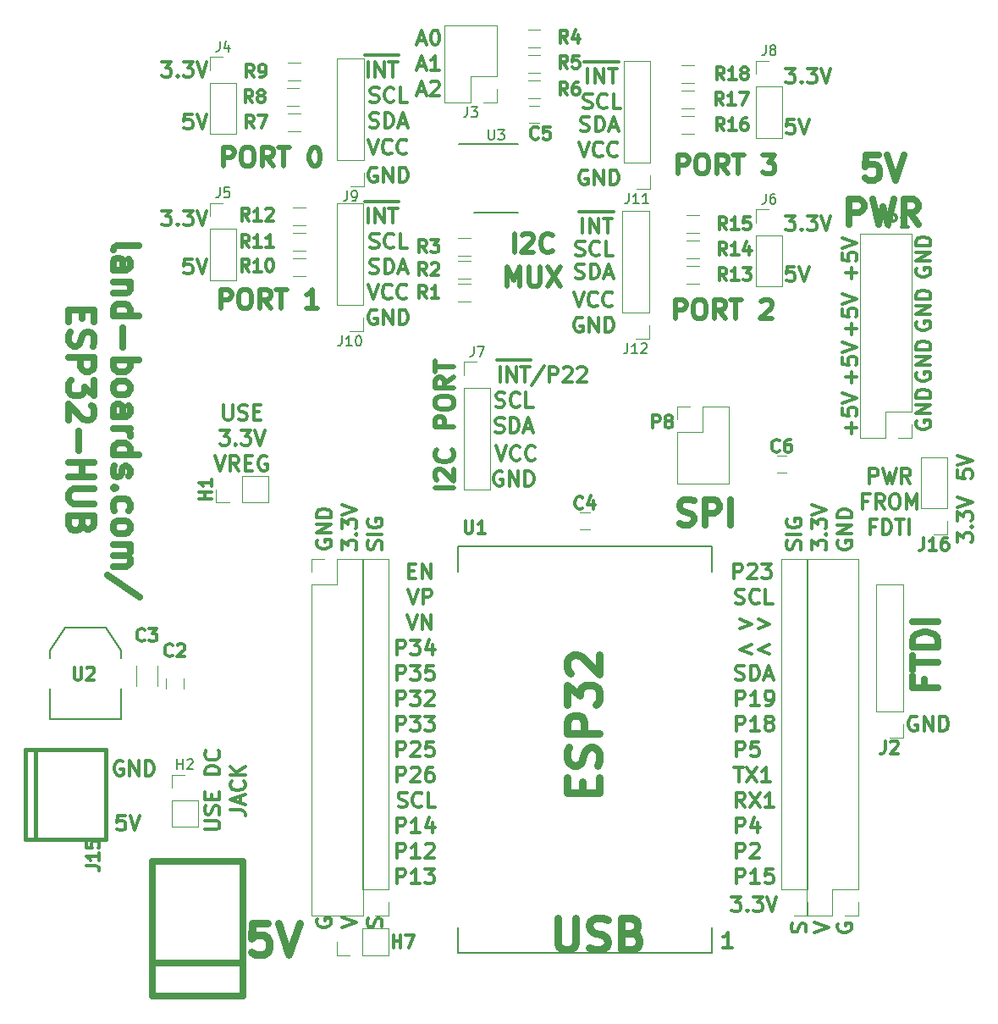
<source format=gbr>
G04 #@! TF.GenerationSoftware,KiCad,Pcbnew,(5.0.2)-1*
G04 #@! TF.CreationDate,2019-04-27T09:18:36-04:00*
G04 #@! TF.ProjectId,ESP32-Hub,45535033-322d-4487-9562-2e6b69636164,2*
G04 #@! TF.SameCoordinates,Original*
G04 #@! TF.FileFunction,Legend,Top*
G04 #@! TF.FilePolarity,Positive*
%FSLAX46Y46*%
G04 Gerber Fmt 4.6, Leading zero omitted, Abs format (unit mm)*
G04 Created by KiCad (PCBNEW (5.0.2)-1) date 4/27/2019 9:18:36 AM*
%MOMM*%
%LPD*%
G01*
G04 APERTURE LIST*
%ADD10C,0.300000*%
%ADD11C,0.635000*%
%ADD12C,0.476250*%
%ADD13C,0.793750*%
%ADD14C,0.120000*%
%ADD15C,0.650000*%
%ADD16C,0.203200*%
%ADD17C,0.381000*%
%ADD18C,0.150000*%
%ADD19C,0.317500*%
G04 APERTURE END LIST*
D10*
X47779571Y-65932857D02*
X48279571Y-65932857D01*
X48493857Y-66718571D02*
X47779571Y-66718571D01*
X47779571Y-65218571D01*
X48493857Y-65218571D01*
X49136714Y-66718571D02*
X49136714Y-65218571D01*
X49993857Y-66718571D01*
X49993857Y-65218571D01*
X47708142Y-67758571D02*
X48208142Y-69258571D01*
X48708142Y-67758571D01*
X49208142Y-69258571D02*
X49208142Y-67758571D01*
X49779571Y-67758571D01*
X49922428Y-67830000D01*
X49993857Y-67901428D01*
X50065285Y-68044285D01*
X50065285Y-68258571D01*
X49993857Y-68401428D01*
X49922428Y-68472857D01*
X49779571Y-68544285D01*
X49208142Y-68544285D01*
X47636714Y-70298571D02*
X48136714Y-71798571D01*
X48636714Y-70298571D01*
X49136714Y-71798571D02*
X49136714Y-70298571D01*
X49993857Y-71798571D01*
X49993857Y-70298571D01*
X80104285Y-103608571D02*
X79247142Y-103608571D01*
X79675714Y-103608571D02*
X79675714Y-102108571D01*
X79532857Y-102322857D01*
X79390000Y-102465714D01*
X79247142Y-102537142D01*
X61329285Y-45462142D02*
X60043571Y-47390714D01*
X61829285Y-47033571D02*
X61829285Y-45533571D01*
X62400714Y-45533571D01*
X62543571Y-45605000D01*
X62615000Y-45676428D01*
X62686428Y-45819285D01*
X62686428Y-46033571D01*
X62615000Y-46176428D01*
X62543571Y-46247857D01*
X62400714Y-46319285D01*
X61829285Y-46319285D01*
X63257857Y-45676428D02*
X63329285Y-45605000D01*
X63472142Y-45533571D01*
X63829285Y-45533571D01*
X63972142Y-45605000D01*
X64043571Y-45676428D01*
X64115000Y-45819285D01*
X64115000Y-45962142D01*
X64043571Y-46176428D01*
X63186428Y-47033571D01*
X64115000Y-47033571D01*
X64686428Y-45676428D02*
X64757857Y-45605000D01*
X64900714Y-45533571D01*
X65257857Y-45533571D01*
X65400714Y-45605000D01*
X65472142Y-45676428D01*
X65543571Y-45819285D01*
X65543571Y-45962142D01*
X65472142Y-46176428D01*
X64615000Y-47033571D01*
X65543571Y-47033571D01*
X56578714Y-44885000D02*
X57293000Y-44885000D01*
X56935857Y-47033571D02*
X56935857Y-45533571D01*
X57293000Y-44885000D02*
X58864428Y-44885000D01*
X57650142Y-47033571D02*
X57650142Y-45533571D01*
X58507285Y-47033571D01*
X58507285Y-45533571D01*
X58864428Y-44885000D02*
X60007285Y-44885000D01*
X59007285Y-45533571D02*
X59864428Y-45533571D01*
X59435857Y-47033571D02*
X59435857Y-45533571D01*
X87475142Y-102028571D02*
X87546571Y-101814285D01*
X87546571Y-101457142D01*
X87475142Y-101314285D01*
X87403714Y-101242857D01*
X87260857Y-101171428D01*
X87118000Y-101171428D01*
X86975142Y-101242857D01*
X86903714Y-101314285D01*
X86832285Y-101457142D01*
X86760857Y-101742857D01*
X86689428Y-101885714D01*
X86618000Y-101957142D01*
X86475142Y-102028571D01*
X86332285Y-102028571D01*
X86189428Y-101957142D01*
X86118000Y-101885714D01*
X86046571Y-101742857D01*
X86046571Y-101385714D01*
X86118000Y-101171428D01*
X90690000Y-101207142D02*
X90618571Y-101350000D01*
X90618571Y-101564285D01*
X90690000Y-101778571D01*
X90832857Y-101921428D01*
X90975714Y-101992857D01*
X91261428Y-102064285D01*
X91475714Y-102064285D01*
X91761428Y-101992857D01*
X91904285Y-101921428D01*
X92047142Y-101778571D01*
X92118571Y-101564285D01*
X92118571Y-101421428D01*
X92047142Y-101207142D01*
X91975714Y-101135714D01*
X91475714Y-101135714D01*
X91475714Y-101421428D01*
X88332571Y-102100000D02*
X89832571Y-101600000D01*
X88332571Y-101100000D01*
X46605000Y-97198571D02*
X46605000Y-95698571D01*
X47176428Y-95698571D01*
X47319285Y-95770000D01*
X47390714Y-95841428D01*
X47462142Y-95984285D01*
X47462142Y-96198571D01*
X47390714Y-96341428D01*
X47319285Y-96412857D01*
X47176428Y-96484285D01*
X46605000Y-96484285D01*
X48890714Y-97198571D02*
X48033571Y-97198571D01*
X48462142Y-97198571D02*
X48462142Y-95698571D01*
X48319285Y-95912857D01*
X48176428Y-96055714D01*
X48033571Y-96127142D01*
X49390714Y-95698571D02*
X50319285Y-95698571D01*
X49819285Y-96270000D01*
X50033571Y-96270000D01*
X50176428Y-96341428D01*
X50247857Y-96412857D01*
X50319285Y-96555714D01*
X50319285Y-96912857D01*
X50247857Y-97055714D01*
X50176428Y-97127142D01*
X50033571Y-97198571D01*
X49605000Y-97198571D01*
X49462142Y-97127142D01*
X49390714Y-97055714D01*
X46605000Y-94658571D02*
X46605000Y-93158571D01*
X47176428Y-93158571D01*
X47319285Y-93230000D01*
X47390714Y-93301428D01*
X47462142Y-93444285D01*
X47462142Y-93658571D01*
X47390714Y-93801428D01*
X47319285Y-93872857D01*
X47176428Y-93944285D01*
X46605000Y-93944285D01*
X48890714Y-94658571D02*
X48033571Y-94658571D01*
X48462142Y-94658571D02*
X48462142Y-93158571D01*
X48319285Y-93372857D01*
X48176428Y-93515714D01*
X48033571Y-93587142D01*
X49462142Y-93301428D02*
X49533571Y-93230000D01*
X49676428Y-93158571D01*
X50033571Y-93158571D01*
X50176428Y-93230000D01*
X50247857Y-93301428D01*
X50319285Y-93444285D01*
X50319285Y-93587142D01*
X50247857Y-93801428D01*
X49390714Y-94658571D01*
X50319285Y-94658571D01*
X46605000Y-92118571D02*
X46605000Y-90618571D01*
X47176428Y-90618571D01*
X47319285Y-90690000D01*
X47390714Y-90761428D01*
X47462142Y-90904285D01*
X47462142Y-91118571D01*
X47390714Y-91261428D01*
X47319285Y-91332857D01*
X47176428Y-91404285D01*
X46605000Y-91404285D01*
X48890714Y-92118571D02*
X48033571Y-92118571D01*
X48462142Y-92118571D02*
X48462142Y-90618571D01*
X48319285Y-90832857D01*
X48176428Y-90975714D01*
X48033571Y-91047142D01*
X50176428Y-91118571D02*
X50176428Y-92118571D01*
X49819285Y-90547142D02*
X49462142Y-91618571D01*
X50390714Y-91618571D01*
X46747857Y-89507142D02*
X46962142Y-89578571D01*
X47319285Y-89578571D01*
X47462142Y-89507142D01*
X47533571Y-89435714D01*
X47605000Y-89292857D01*
X47605000Y-89150000D01*
X47533571Y-89007142D01*
X47462142Y-88935714D01*
X47319285Y-88864285D01*
X47033571Y-88792857D01*
X46890714Y-88721428D01*
X46819285Y-88650000D01*
X46747857Y-88507142D01*
X46747857Y-88364285D01*
X46819285Y-88221428D01*
X46890714Y-88150000D01*
X47033571Y-88078571D01*
X47390714Y-88078571D01*
X47605000Y-88150000D01*
X49105000Y-89435714D02*
X49033571Y-89507142D01*
X48819285Y-89578571D01*
X48676428Y-89578571D01*
X48462142Y-89507142D01*
X48319285Y-89364285D01*
X48247857Y-89221428D01*
X48176428Y-88935714D01*
X48176428Y-88721428D01*
X48247857Y-88435714D01*
X48319285Y-88292857D01*
X48462142Y-88150000D01*
X48676428Y-88078571D01*
X48819285Y-88078571D01*
X49033571Y-88150000D01*
X49105000Y-88221428D01*
X50462142Y-89578571D02*
X49747857Y-89578571D01*
X49747857Y-88078571D01*
X46605000Y-87038571D02*
X46605000Y-85538571D01*
X47176428Y-85538571D01*
X47319285Y-85610000D01*
X47390714Y-85681428D01*
X47462142Y-85824285D01*
X47462142Y-86038571D01*
X47390714Y-86181428D01*
X47319285Y-86252857D01*
X47176428Y-86324285D01*
X46605000Y-86324285D01*
X48033571Y-85681428D02*
X48105000Y-85610000D01*
X48247857Y-85538571D01*
X48605000Y-85538571D01*
X48747857Y-85610000D01*
X48819285Y-85681428D01*
X48890714Y-85824285D01*
X48890714Y-85967142D01*
X48819285Y-86181428D01*
X47962142Y-87038571D01*
X48890714Y-87038571D01*
X50176428Y-85538571D02*
X49890714Y-85538571D01*
X49747857Y-85610000D01*
X49676428Y-85681428D01*
X49533571Y-85895714D01*
X49462142Y-86181428D01*
X49462142Y-86752857D01*
X49533571Y-86895714D01*
X49605000Y-86967142D01*
X49747857Y-87038571D01*
X50033571Y-87038571D01*
X50176428Y-86967142D01*
X50247857Y-86895714D01*
X50319285Y-86752857D01*
X50319285Y-86395714D01*
X50247857Y-86252857D01*
X50176428Y-86181428D01*
X50033571Y-86110000D01*
X49747857Y-86110000D01*
X49605000Y-86181428D01*
X49533571Y-86252857D01*
X49462142Y-86395714D01*
X46605000Y-84498571D02*
X46605000Y-82998571D01*
X47176428Y-82998571D01*
X47319285Y-83070000D01*
X47390714Y-83141428D01*
X47462142Y-83284285D01*
X47462142Y-83498571D01*
X47390714Y-83641428D01*
X47319285Y-83712857D01*
X47176428Y-83784285D01*
X46605000Y-83784285D01*
X48033571Y-83141428D02*
X48105000Y-83070000D01*
X48247857Y-82998571D01*
X48605000Y-82998571D01*
X48747857Y-83070000D01*
X48819285Y-83141428D01*
X48890714Y-83284285D01*
X48890714Y-83427142D01*
X48819285Y-83641428D01*
X47962142Y-84498571D01*
X48890714Y-84498571D01*
X50247857Y-82998571D02*
X49533571Y-82998571D01*
X49462142Y-83712857D01*
X49533571Y-83641428D01*
X49676428Y-83570000D01*
X50033571Y-83570000D01*
X50176428Y-83641428D01*
X50247857Y-83712857D01*
X50319285Y-83855714D01*
X50319285Y-84212857D01*
X50247857Y-84355714D01*
X50176428Y-84427142D01*
X50033571Y-84498571D01*
X49676428Y-84498571D01*
X49533571Y-84427142D01*
X49462142Y-84355714D01*
X46605000Y-81958571D02*
X46605000Y-80458571D01*
X47176428Y-80458571D01*
X47319285Y-80530000D01*
X47390714Y-80601428D01*
X47462142Y-80744285D01*
X47462142Y-80958571D01*
X47390714Y-81101428D01*
X47319285Y-81172857D01*
X47176428Y-81244285D01*
X46605000Y-81244285D01*
X47962142Y-80458571D02*
X48890714Y-80458571D01*
X48390714Y-81030000D01*
X48605000Y-81030000D01*
X48747857Y-81101428D01*
X48819285Y-81172857D01*
X48890714Y-81315714D01*
X48890714Y-81672857D01*
X48819285Y-81815714D01*
X48747857Y-81887142D01*
X48605000Y-81958571D01*
X48176428Y-81958571D01*
X48033571Y-81887142D01*
X47962142Y-81815714D01*
X49390714Y-80458571D02*
X50319285Y-80458571D01*
X49819285Y-81030000D01*
X50033571Y-81030000D01*
X50176428Y-81101428D01*
X50247857Y-81172857D01*
X50319285Y-81315714D01*
X50319285Y-81672857D01*
X50247857Y-81815714D01*
X50176428Y-81887142D01*
X50033571Y-81958571D01*
X49605000Y-81958571D01*
X49462142Y-81887142D01*
X49390714Y-81815714D01*
X46605000Y-79418571D02*
X46605000Y-77918571D01*
X47176428Y-77918571D01*
X47319285Y-77990000D01*
X47390714Y-78061428D01*
X47462142Y-78204285D01*
X47462142Y-78418571D01*
X47390714Y-78561428D01*
X47319285Y-78632857D01*
X47176428Y-78704285D01*
X46605000Y-78704285D01*
X47962142Y-77918571D02*
X48890714Y-77918571D01*
X48390714Y-78490000D01*
X48605000Y-78490000D01*
X48747857Y-78561428D01*
X48819285Y-78632857D01*
X48890714Y-78775714D01*
X48890714Y-79132857D01*
X48819285Y-79275714D01*
X48747857Y-79347142D01*
X48605000Y-79418571D01*
X48176428Y-79418571D01*
X48033571Y-79347142D01*
X47962142Y-79275714D01*
X49462142Y-78061428D02*
X49533571Y-77990000D01*
X49676428Y-77918571D01*
X50033571Y-77918571D01*
X50176428Y-77990000D01*
X50247857Y-78061428D01*
X50319285Y-78204285D01*
X50319285Y-78347142D01*
X50247857Y-78561428D01*
X49390714Y-79418571D01*
X50319285Y-79418571D01*
X46605000Y-76878571D02*
X46605000Y-75378571D01*
X47176428Y-75378571D01*
X47319285Y-75450000D01*
X47390714Y-75521428D01*
X47462142Y-75664285D01*
X47462142Y-75878571D01*
X47390714Y-76021428D01*
X47319285Y-76092857D01*
X47176428Y-76164285D01*
X46605000Y-76164285D01*
X47962142Y-75378571D02*
X48890714Y-75378571D01*
X48390714Y-75950000D01*
X48605000Y-75950000D01*
X48747857Y-76021428D01*
X48819285Y-76092857D01*
X48890714Y-76235714D01*
X48890714Y-76592857D01*
X48819285Y-76735714D01*
X48747857Y-76807142D01*
X48605000Y-76878571D01*
X48176428Y-76878571D01*
X48033571Y-76807142D01*
X47962142Y-76735714D01*
X50247857Y-75378571D02*
X49533571Y-75378571D01*
X49462142Y-76092857D01*
X49533571Y-76021428D01*
X49676428Y-75950000D01*
X50033571Y-75950000D01*
X50176428Y-76021428D01*
X50247857Y-76092857D01*
X50319285Y-76235714D01*
X50319285Y-76592857D01*
X50247857Y-76735714D01*
X50176428Y-76807142D01*
X50033571Y-76878571D01*
X49676428Y-76878571D01*
X49533571Y-76807142D01*
X49462142Y-76735714D01*
X46605000Y-74338571D02*
X46605000Y-72838571D01*
X47176428Y-72838571D01*
X47319285Y-72910000D01*
X47390714Y-72981428D01*
X47462142Y-73124285D01*
X47462142Y-73338571D01*
X47390714Y-73481428D01*
X47319285Y-73552857D01*
X47176428Y-73624285D01*
X46605000Y-73624285D01*
X47962142Y-72838571D02*
X48890714Y-72838571D01*
X48390714Y-73410000D01*
X48605000Y-73410000D01*
X48747857Y-73481428D01*
X48819285Y-73552857D01*
X48890714Y-73695714D01*
X48890714Y-74052857D01*
X48819285Y-74195714D01*
X48747857Y-74267142D01*
X48605000Y-74338571D01*
X48176428Y-74338571D01*
X48033571Y-74267142D01*
X47962142Y-74195714D01*
X50176428Y-73338571D02*
X50176428Y-74338571D01*
X49819285Y-72767142D02*
X49462142Y-73838571D01*
X50390714Y-73838571D01*
X80562142Y-97198571D02*
X80562142Y-95698571D01*
X81133571Y-95698571D01*
X81276428Y-95770000D01*
X81347857Y-95841428D01*
X81419285Y-95984285D01*
X81419285Y-96198571D01*
X81347857Y-96341428D01*
X81276428Y-96412857D01*
X81133571Y-96484285D01*
X80562142Y-96484285D01*
X82847857Y-97198571D02*
X81990714Y-97198571D01*
X82419285Y-97198571D02*
X82419285Y-95698571D01*
X82276428Y-95912857D01*
X82133571Y-96055714D01*
X81990714Y-96127142D01*
X84205000Y-95698571D02*
X83490714Y-95698571D01*
X83419285Y-96412857D01*
X83490714Y-96341428D01*
X83633571Y-96270000D01*
X83990714Y-96270000D01*
X84133571Y-96341428D01*
X84205000Y-96412857D01*
X84276428Y-96555714D01*
X84276428Y-96912857D01*
X84205000Y-97055714D01*
X84133571Y-97127142D01*
X83990714Y-97198571D01*
X83633571Y-97198571D01*
X83490714Y-97127142D01*
X83419285Y-97055714D01*
X80562142Y-94658571D02*
X80562142Y-93158571D01*
X81133571Y-93158571D01*
X81276428Y-93230000D01*
X81347857Y-93301428D01*
X81419285Y-93444285D01*
X81419285Y-93658571D01*
X81347857Y-93801428D01*
X81276428Y-93872857D01*
X81133571Y-93944285D01*
X80562142Y-93944285D01*
X81990714Y-93301428D02*
X82062142Y-93230000D01*
X82205000Y-93158571D01*
X82562142Y-93158571D01*
X82705000Y-93230000D01*
X82776428Y-93301428D01*
X82847857Y-93444285D01*
X82847857Y-93587142D01*
X82776428Y-93801428D01*
X81919285Y-94658571D01*
X82847857Y-94658571D01*
X80562142Y-92118571D02*
X80562142Y-90618571D01*
X81133571Y-90618571D01*
X81276428Y-90690000D01*
X81347857Y-90761428D01*
X81419285Y-90904285D01*
X81419285Y-91118571D01*
X81347857Y-91261428D01*
X81276428Y-91332857D01*
X81133571Y-91404285D01*
X80562142Y-91404285D01*
X82705000Y-91118571D02*
X82705000Y-92118571D01*
X82347857Y-90547142D02*
X81990714Y-91618571D01*
X82919285Y-91618571D01*
X81419285Y-89578571D02*
X80919285Y-88864285D01*
X80562142Y-89578571D02*
X80562142Y-88078571D01*
X81133571Y-88078571D01*
X81276428Y-88150000D01*
X81347857Y-88221428D01*
X81419285Y-88364285D01*
X81419285Y-88578571D01*
X81347857Y-88721428D01*
X81276428Y-88792857D01*
X81133571Y-88864285D01*
X80562142Y-88864285D01*
X81919285Y-88078571D02*
X82919285Y-89578571D01*
X82919285Y-88078571D02*
X81919285Y-89578571D01*
X84276428Y-89578571D02*
X83419285Y-89578571D01*
X83847857Y-89578571D02*
X83847857Y-88078571D01*
X83705000Y-88292857D01*
X83562142Y-88435714D01*
X83419285Y-88507142D01*
X80347857Y-85538571D02*
X81205000Y-85538571D01*
X80776428Y-87038571D02*
X80776428Y-85538571D01*
X81562142Y-85538571D02*
X82562142Y-87038571D01*
X82562142Y-85538571D02*
X81562142Y-87038571D01*
X83919285Y-87038571D02*
X83062142Y-87038571D01*
X83490714Y-87038571D02*
X83490714Y-85538571D01*
X83347857Y-85752857D01*
X83205000Y-85895714D01*
X83062142Y-85967142D01*
X80562142Y-84498571D02*
X80562142Y-82998571D01*
X81133571Y-82998571D01*
X81276428Y-83070000D01*
X81347857Y-83141428D01*
X81419285Y-83284285D01*
X81419285Y-83498571D01*
X81347857Y-83641428D01*
X81276428Y-83712857D01*
X81133571Y-83784285D01*
X80562142Y-83784285D01*
X82776428Y-82998571D02*
X82062142Y-82998571D01*
X81990714Y-83712857D01*
X82062142Y-83641428D01*
X82205000Y-83570000D01*
X82562142Y-83570000D01*
X82705000Y-83641428D01*
X82776428Y-83712857D01*
X82847857Y-83855714D01*
X82847857Y-84212857D01*
X82776428Y-84355714D01*
X82705000Y-84427142D01*
X82562142Y-84498571D01*
X82205000Y-84498571D01*
X82062142Y-84427142D01*
X81990714Y-84355714D01*
X80562142Y-81958571D02*
X80562142Y-80458571D01*
X81133571Y-80458571D01*
X81276428Y-80530000D01*
X81347857Y-80601428D01*
X81419285Y-80744285D01*
X81419285Y-80958571D01*
X81347857Y-81101428D01*
X81276428Y-81172857D01*
X81133571Y-81244285D01*
X80562142Y-81244285D01*
X82847857Y-81958571D02*
X81990714Y-81958571D01*
X82419285Y-81958571D02*
X82419285Y-80458571D01*
X82276428Y-80672857D01*
X82133571Y-80815714D01*
X81990714Y-80887142D01*
X83705000Y-81101428D02*
X83562142Y-81030000D01*
X83490714Y-80958571D01*
X83419285Y-80815714D01*
X83419285Y-80744285D01*
X83490714Y-80601428D01*
X83562142Y-80530000D01*
X83705000Y-80458571D01*
X83990714Y-80458571D01*
X84133571Y-80530000D01*
X84205000Y-80601428D01*
X84276428Y-80744285D01*
X84276428Y-80815714D01*
X84205000Y-80958571D01*
X84133571Y-81030000D01*
X83990714Y-81101428D01*
X83705000Y-81101428D01*
X83562142Y-81172857D01*
X83490714Y-81244285D01*
X83419285Y-81387142D01*
X83419285Y-81672857D01*
X83490714Y-81815714D01*
X83562142Y-81887142D01*
X83705000Y-81958571D01*
X83990714Y-81958571D01*
X84133571Y-81887142D01*
X84205000Y-81815714D01*
X84276428Y-81672857D01*
X84276428Y-81387142D01*
X84205000Y-81244285D01*
X84133571Y-81172857D01*
X83990714Y-81101428D01*
X80562142Y-79418571D02*
X80562142Y-77918571D01*
X81133571Y-77918571D01*
X81276428Y-77990000D01*
X81347857Y-78061428D01*
X81419285Y-78204285D01*
X81419285Y-78418571D01*
X81347857Y-78561428D01*
X81276428Y-78632857D01*
X81133571Y-78704285D01*
X80562142Y-78704285D01*
X82847857Y-79418571D02*
X81990714Y-79418571D01*
X82419285Y-79418571D02*
X82419285Y-77918571D01*
X82276428Y-78132857D01*
X82133571Y-78275714D01*
X81990714Y-78347142D01*
X83562142Y-79418571D02*
X83847857Y-79418571D01*
X83990714Y-79347142D01*
X84062142Y-79275714D01*
X84205000Y-79061428D01*
X84276428Y-78775714D01*
X84276428Y-78204285D01*
X84205000Y-78061428D01*
X84133571Y-77990000D01*
X83990714Y-77918571D01*
X83705000Y-77918571D01*
X83562142Y-77990000D01*
X83490714Y-78061428D01*
X83419285Y-78204285D01*
X83419285Y-78561428D01*
X83490714Y-78704285D01*
X83562142Y-78775714D01*
X83705000Y-78847142D01*
X83990714Y-78847142D01*
X84133571Y-78775714D01*
X84205000Y-78704285D01*
X84276428Y-78561428D01*
X80490714Y-76807142D02*
X80705000Y-76878571D01*
X81062142Y-76878571D01*
X81205000Y-76807142D01*
X81276428Y-76735714D01*
X81347857Y-76592857D01*
X81347857Y-76450000D01*
X81276428Y-76307142D01*
X81205000Y-76235714D01*
X81062142Y-76164285D01*
X80776428Y-76092857D01*
X80633571Y-76021428D01*
X80562142Y-75950000D01*
X80490714Y-75807142D01*
X80490714Y-75664285D01*
X80562142Y-75521428D01*
X80633571Y-75450000D01*
X80776428Y-75378571D01*
X81133571Y-75378571D01*
X81347857Y-75450000D01*
X81990714Y-76878571D02*
X81990714Y-75378571D01*
X82347857Y-75378571D01*
X82562142Y-75450000D01*
X82705000Y-75592857D01*
X82776428Y-75735714D01*
X82847857Y-76021428D01*
X82847857Y-76235714D01*
X82776428Y-76521428D01*
X82705000Y-76664285D01*
X82562142Y-76807142D01*
X82347857Y-76878571D01*
X81990714Y-76878571D01*
X83419285Y-76450000D02*
X84133571Y-76450000D01*
X83276428Y-76878571D02*
X83776428Y-75378571D01*
X84276428Y-76878571D01*
X80308142Y-66718571D02*
X80308142Y-65218571D01*
X80879571Y-65218571D01*
X81022428Y-65290000D01*
X81093857Y-65361428D01*
X81165285Y-65504285D01*
X81165285Y-65718571D01*
X81093857Y-65861428D01*
X81022428Y-65932857D01*
X80879571Y-66004285D01*
X80308142Y-66004285D01*
X81736714Y-65361428D02*
X81808142Y-65290000D01*
X81951000Y-65218571D01*
X82308142Y-65218571D01*
X82451000Y-65290000D01*
X82522428Y-65361428D01*
X82593857Y-65504285D01*
X82593857Y-65647142D01*
X82522428Y-65861428D01*
X81665285Y-66718571D01*
X82593857Y-66718571D01*
X83093857Y-65218571D02*
X84022428Y-65218571D01*
X83522428Y-65790000D01*
X83736714Y-65790000D01*
X83879571Y-65861428D01*
X83951000Y-65932857D01*
X84022428Y-66075714D01*
X84022428Y-66432857D01*
X83951000Y-66575714D01*
X83879571Y-66647142D01*
X83736714Y-66718571D01*
X83308142Y-66718571D01*
X83165285Y-66647142D01*
X83093857Y-66575714D01*
X102683571Y-55883571D02*
X102683571Y-56597857D01*
X103397857Y-56669285D01*
X103326428Y-56597857D01*
X103255000Y-56455000D01*
X103255000Y-56097857D01*
X103326428Y-55955000D01*
X103397857Y-55883571D01*
X103540714Y-55812142D01*
X103897857Y-55812142D01*
X104040714Y-55883571D01*
X104112142Y-55955000D01*
X104183571Y-56097857D01*
X104183571Y-56455000D01*
X104112142Y-56597857D01*
X104040714Y-56669285D01*
X102683571Y-55383571D02*
X104183571Y-54883571D01*
X102683571Y-54383571D01*
X102683571Y-63090714D02*
X102683571Y-62162142D01*
X103255000Y-62662142D01*
X103255000Y-62447857D01*
X103326428Y-62305000D01*
X103397857Y-62233571D01*
X103540714Y-62162142D01*
X103897857Y-62162142D01*
X104040714Y-62233571D01*
X104112142Y-62305000D01*
X104183571Y-62447857D01*
X104183571Y-62876428D01*
X104112142Y-63019285D01*
X104040714Y-63090714D01*
X104040714Y-61519285D02*
X104112142Y-61447857D01*
X104183571Y-61519285D01*
X104112142Y-61590714D01*
X104040714Y-61519285D01*
X104183571Y-61519285D01*
X102683571Y-60947857D02*
X102683571Y-60019285D01*
X103255000Y-60519285D01*
X103255000Y-60305000D01*
X103326428Y-60162142D01*
X103397857Y-60090714D01*
X103540714Y-60019285D01*
X103897857Y-60019285D01*
X104040714Y-60090714D01*
X104112142Y-60162142D01*
X104183571Y-60305000D01*
X104183571Y-60733571D01*
X104112142Y-60876428D01*
X104040714Y-60947857D01*
X102683571Y-59590714D02*
X104183571Y-59090714D01*
X102683571Y-58590714D01*
D11*
X74869523Y-61226095D02*
X75232380Y-61347047D01*
X75837142Y-61347047D01*
X76079047Y-61226095D01*
X76200000Y-61105142D01*
X76320952Y-60863238D01*
X76320952Y-60621333D01*
X76200000Y-60379428D01*
X76079047Y-60258476D01*
X75837142Y-60137523D01*
X75353333Y-60016571D01*
X75111428Y-59895619D01*
X74990476Y-59774666D01*
X74869523Y-59532761D01*
X74869523Y-59290857D01*
X74990476Y-59048952D01*
X75111428Y-58928000D01*
X75353333Y-58807047D01*
X75958095Y-58807047D01*
X76320952Y-58928000D01*
X77409523Y-61347047D02*
X77409523Y-58807047D01*
X78377142Y-58807047D01*
X78619047Y-58928000D01*
X78740000Y-59048952D01*
X78860952Y-59290857D01*
X78860952Y-59653714D01*
X78740000Y-59895619D01*
X78619047Y-60016571D01*
X78377142Y-60137523D01*
X77409523Y-60137523D01*
X79949523Y-61347047D02*
X79949523Y-58807047D01*
X94766190Y-24326547D02*
X93556666Y-24326547D01*
X93435714Y-25536071D01*
X93556666Y-25415119D01*
X93798571Y-25294166D01*
X94403333Y-25294166D01*
X94645238Y-25415119D01*
X94766190Y-25536071D01*
X94887142Y-25777976D01*
X94887142Y-26382738D01*
X94766190Y-26624642D01*
X94645238Y-26745595D01*
X94403333Y-26866547D01*
X93798571Y-26866547D01*
X93556666Y-26745595D01*
X93435714Y-26624642D01*
X95612857Y-24326547D02*
X96459523Y-26866547D01*
X97306190Y-24326547D01*
X91863333Y-31311547D02*
X91863333Y-28771547D01*
X92830952Y-28771547D01*
X93072857Y-28892500D01*
X93193809Y-29013452D01*
X93314761Y-29255357D01*
X93314761Y-29618214D01*
X93193809Y-29860119D01*
X93072857Y-29981071D01*
X92830952Y-30102023D01*
X91863333Y-30102023D01*
X94161428Y-28771547D02*
X94766190Y-31311547D01*
X95250000Y-29497261D01*
X95733809Y-31311547D01*
X96338571Y-28771547D01*
X98757619Y-31311547D02*
X97910952Y-30102023D01*
X97306190Y-31311547D02*
X97306190Y-28771547D01*
X98273809Y-28771547D01*
X98515714Y-28892500D01*
X98636666Y-29013452D01*
X98757619Y-29255357D01*
X98757619Y-29618214D01*
X98636666Y-29860119D01*
X98515714Y-29981071D01*
X98273809Y-30102023D01*
X97306190Y-30102023D01*
D10*
X93885000Y-57183571D02*
X93885000Y-55683571D01*
X94456428Y-55683571D01*
X94599285Y-55755000D01*
X94670714Y-55826428D01*
X94742142Y-55969285D01*
X94742142Y-56183571D01*
X94670714Y-56326428D01*
X94599285Y-56397857D01*
X94456428Y-56469285D01*
X93885000Y-56469285D01*
X95242142Y-55683571D02*
X95599285Y-57183571D01*
X95885000Y-56112142D01*
X96170714Y-57183571D01*
X96527857Y-55683571D01*
X97956428Y-57183571D02*
X97456428Y-56469285D01*
X97099285Y-57183571D02*
X97099285Y-55683571D01*
X97670714Y-55683571D01*
X97813571Y-55755000D01*
X97885000Y-55826428D01*
X97956428Y-55969285D01*
X97956428Y-56183571D01*
X97885000Y-56326428D01*
X97813571Y-56397857D01*
X97670714Y-56469285D01*
X97099285Y-56469285D01*
X93706428Y-58947857D02*
X93206428Y-58947857D01*
X93206428Y-59733571D02*
X93206428Y-58233571D01*
X93920714Y-58233571D01*
X95349285Y-59733571D02*
X94849285Y-59019285D01*
X94492142Y-59733571D02*
X94492142Y-58233571D01*
X95063571Y-58233571D01*
X95206428Y-58305000D01*
X95277857Y-58376428D01*
X95349285Y-58519285D01*
X95349285Y-58733571D01*
X95277857Y-58876428D01*
X95206428Y-58947857D01*
X95063571Y-59019285D01*
X94492142Y-59019285D01*
X96277857Y-58233571D02*
X96563571Y-58233571D01*
X96706428Y-58305000D01*
X96849285Y-58447857D01*
X96920714Y-58733571D01*
X96920714Y-59233571D01*
X96849285Y-59519285D01*
X96706428Y-59662142D01*
X96563571Y-59733571D01*
X96277857Y-59733571D01*
X96135000Y-59662142D01*
X95992142Y-59519285D01*
X95920714Y-59233571D01*
X95920714Y-58733571D01*
X95992142Y-58447857D01*
X96135000Y-58305000D01*
X96277857Y-58233571D01*
X97563571Y-59733571D02*
X97563571Y-58233571D01*
X98063571Y-59305000D01*
X98563571Y-58233571D01*
X98563571Y-59733571D01*
X94420714Y-61497857D02*
X93920714Y-61497857D01*
X93920714Y-62283571D02*
X93920714Y-60783571D01*
X94635000Y-60783571D01*
X95206428Y-62283571D02*
X95206428Y-60783571D01*
X95563571Y-60783571D01*
X95777857Y-60855000D01*
X95920714Y-60997857D01*
X95992142Y-61140714D01*
X96063571Y-61426428D01*
X96063571Y-61640714D01*
X95992142Y-61926428D01*
X95920714Y-62069285D01*
X95777857Y-62212142D01*
X95563571Y-62283571D01*
X95206428Y-62283571D01*
X96492142Y-60783571D02*
X97349285Y-60783571D01*
X96920714Y-62283571D02*
X96920714Y-60783571D01*
X97849285Y-62283571D02*
X97849285Y-60783571D01*
X92055142Y-52220571D02*
X92055142Y-51077714D01*
X92626571Y-51649142D02*
X91483714Y-51649142D01*
X91126571Y-49649142D02*
X91126571Y-50363428D01*
X91840857Y-50434857D01*
X91769428Y-50363428D01*
X91698000Y-50220571D01*
X91698000Y-49863428D01*
X91769428Y-49720571D01*
X91840857Y-49649142D01*
X91983714Y-49577714D01*
X92340857Y-49577714D01*
X92483714Y-49649142D01*
X92555142Y-49720571D01*
X92626571Y-49863428D01*
X92626571Y-50220571D01*
X92555142Y-50363428D01*
X92483714Y-50434857D01*
X91126571Y-49149142D02*
X92626571Y-48649142D01*
X91126571Y-48149142D01*
X92055142Y-47140571D02*
X92055142Y-45997714D01*
X92626571Y-46569142D02*
X91483714Y-46569142D01*
X91126571Y-44569142D02*
X91126571Y-45283428D01*
X91840857Y-45354857D01*
X91769428Y-45283428D01*
X91698000Y-45140571D01*
X91698000Y-44783428D01*
X91769428Y-44640571D01*
X91840857Y-44569142D01*
X91983714Y-44497714D01*
X92340857Y-44497714D01*
X92483714Y-44569142D01*
X92555142Y-44640571D01*
X92626571Y-44783428D01*
X92626571Y-45140571D01*
X92555142Y-45283428D01*
X92483714Y-45354857D01*
X91126571Y-44069142D02*
X92626571Y-43569142D01*
X91126571Y-43069142D01*
X92055142Y-42314571D02*
X92055142Y-41171714D01*
X92626571Y-41743142D02*
X91483714Y-41743142D01*
X91126571Y-39743142D02*
X91126571Y-40457428D01*
X91840857Y-40528857D01*
X91769428Y-40457428D01*
X91698000Y-40314571D01*
X91698000Y-39957428D01*
X91769428Y-39814571D01*
X91840857Y-39743142D01*
X91983714Y-39671714D01*
X92340857Y-39671714D01*
X92483714Y-39743142D01*
X92555142Y-39814571D01*
X92626571Y-39957428D01*
X92626571Y-40314571D01*
X92555142Y-40457428D01*
X92483714Y-40528857D01*
X91126571Y-39243142D02*
X92626571Y-38743142D01*
X91126571Y-38243142D01*
X92055142Y-36726571D02*
X92055142Y-35583714D01*
X92626571Y-36155142D02*
X91483714Y-36155142D01*
X91126571Y-34155142D02*
X91126571Y-34869428D01*
X91840857Y-34940857D01*
X91769428Y-34869428D01*
X91698000Y-34726571D01*
X91698000Y-34369428D01*
X91769428Y-34226571D01*
X91840857Y-34155142D01*
X91983714Y-34083714D01*
X92340857Y-34083714D01*
X92483714Y-34155142D01*
X92555142Y-34226571D01*
X92626571Y-34369428D01*
X92626571Y-34726571D01*
X92555142Y-34869428D01*
X92483714Y-34940857D01*
X91126571Y-33655142D02*
X92626571Y-33155142D01*
X91126571Y-32655142D01*
X98564000Y-35686857D02*
X98492571Y-35829714D01*
X98492571Y-36044000D01*
X98564000Y-36258285D01*
X98706857Y-36401142D01*
X98849714Y-36472571D01*
X99135428Y-36544000D01*
X99349714Y-36544000D01*
X99635428Y-36472571D01*
X99778285Y-36401142D01*
X99921142Y-36258285D01*
X99992571Y-36044000D01*
X99992571Y-35901142D01*
X99921142Y-35686857D01*
X99849714Y-35615428D01*
X99349714Y-35615428D01*
X99349714Y-35901142D01*
X99992571Y-34972571D02*
X98492571Y-34972571D01*
X99992571Y-34115428D01*
X98492571Y-34115428D01*
X99992571Y-33401142D02*
X98492571Y-33401142D01*
X98492571Y-33044000D01*
X98564000Y-32829714D01*
X98706857Y-32686857D01*
X98849714Y-32615428D01*
X99135428Y-32544000D01*
X99349714Y-32544000D01*
X99635428Y-32615428D01*
X99778285Y-32686857D01*
X99921142Y-32829714D01*
X99992571Y-33044000D01*
X99992571Y-33401142D01*
X98564000Y-41020857D02*
X98492571Y-41163714D01*
X98492571Y-41378000D01*
X98564000Y-41592285D01*
X98706857Y-41735142D01*
X98849714Y-41806571D01*
X99135428Y-41878000D01*
X99349714Y-41878000D01*
X99635428Y-41806571D01*
X99778285Y-41735142D01*
X99921142Y-41592285D01*
X99992571Y-41378000D01*
X99992571Y-41235142D01*
X99921142Y-41020857D01*
X99849714Y-40949428D01*
X99349714Y-40949428D01*
X99349714Y-41235142D01*
X99992571Y-40306571D02*
X98492571Y-40306571D01*
X99992571Y-39449428D01*
X98492571Y-39449428D01*
X99992571Y-38735142D02*
X98492571Y-38735142D01*
X98492571Y-38378000D01*
X98564000Y-38163714D01*
X98706857Y-38020857D01*
X98849714Y-37949428D01*
X99135428Y-37878000D01*
X99349714Y-37878000D01*
X99635428Y-37949428D01*
X99778285Y-38020857D01*
X99921142Y-38163714D01*
X99992571Y-38378000D01*
X99992571Y-38735142D01*
X98564000Y-46100857D02*
X98492571Y-46243714D01*
X98492571Y-46458000D01*
X98564000Y-46672285D01*
X98706857Y-46815142D01*
X98849714Y-46886571D01*
X99135428Y-46958000D01*
X99349714Y-46958000D01*
X99635428Y-46886571D01*
X99778285Y-46815142D01*
X99921142Y-46672285D01*
X99992571Y-46458000D01*
X99992571Y-46315142D01*
X99921142Y-46100857D01*
X99849714Y-46029428D01*
X99349714Y-46029428D01*
X99349714Y-46315142D01*
X99992571Y-45386571D02*
X98492571Y-45386571D01*
X99992571Y-44529428D01*
X98492571Y-44529428D01*
X99992571Y-43815142D02*
X98492571Y-43815142D01*
X98492571Y-43458000D01*
X98564000Y-43243714D01*
X98706857Y-43100857D01*
X98849714Y-43029428D01*
X99135428Y-42958000D01*
X99349714Y-42958000D01*
X99635428Y-43029428D01*
X99778285Y-43100857D01*
X99921142Y-43243714D01*
X99992571Y-43458000D01*
X99992571Y-43815142D01*
X98564000Y-50926857D02*
X98492571Y-51069714D01*
X98492571Y-51284000D01*
X98564000Y-51498285D01*
X98706857Y-51641142D01*
X98849714Y-51712571D01*
X99135428Y-51784000D01*
X99349714Y-51784000D01*
X99635428Y-51712571D01*
X99778285Y-51641142D01*
X99921142Y-51498285D01*
X99992571Y-51284000D01*
X99992571Y-51141142D01*
X99921142Y-50926857D01*
X99849714Y-50855428D01*
X99349714Y-50855428D01*
X99349714Y-51141142D01*
X99992571Y-50212571D02*
X98492571Y-50212571D01*
X99992571Y-49355428D01*
X98492571Y-49355428D01*
X99992571Y-48641142D02*
X98492571Y-48641142D01*
X98492571Y-48284000D01*
X98564000Y-48069714D01*
X98706857Y-47926857D01*
X98849714Y-47855428D01*
X99135428Y-47784000D01*
X99349714Y-47784000D01*
X99635428Y-47855428D01*
X99778285Y-47926857D01*
X99921142Y-48069714D01*
X99992571Y-48284000D01*
X99992571Y-48641142D01*
X80081714Y-98492571D02*
X81010285Y-98492571D01*
X80510285Y-99064000D01*
X80724571Y-99064000D01*
X80867428Y-99135428D01*
X80938857Y-99206857D01*
X81010285Y-99349714D01*
X81010285Y-99706857D01*
X80938857Y-99849714D01*
X80867428Y-99921142D01*
X80724571Y-99992571D01*
X80296000Y-99992571D01*
X80153142Y-99921142D01*
X80081714Y-99849714D01*
X81653142Y-99849714D02*
X81724571Y-99921142D01*
X81653142Y-99992571D01*
X81581714Y-99921142D01*
X81653142Y-99849714D01*
X81653142Y-99992571D01*
X82224571Y-98492571D02*
X83153142Y-98492571D01*
X82653142Y-99064000D01*
X82867428Y-99064000D01*
X83010285Y-99135428D01*
X83081714Y-99206857D01*
X83153142Y-99349714D01*
X83153142Y-99706857D01*
X83081714Y-99849714D01*
X83010285Y-99921142D01*
X82867428Y-99992571D01*
X82438857Y-99992571D01*
X82296000Y-99921142D01*
X82224571Y-99849714D01*
X83581714Y-98492571D02*
X84081714Y-99992571D01*
X84581714Y-98492571D01*
X82045714Y-73338571D02*
X80902857Y-73767142D01*
X82045714Y-74195714D01*
X83902857Y-73338571D02*
X82760000Y-73767142D01*
X83902857Y-74195714D01*
X29293571Y-49333571D02*
X29293571Y-50547857D01*
X29365000Y-50690714D01*
X29436428Y-50762142D01*
X29579285Y-50833571D01*
X29865000Y-50833571D01*
X30007857Y-50762142D01*
X30079285Y-50690714D01*
X30150714Y-50547857D01*
X30150714Y-49333571D01*
X30793571Y-50762142D02*
X31007857Y-50833571D01*
X31365000Y-50833571D01*
X31507857Y-50762142D01*
X31579285Y-50690714D01*
X31650714Y-50547857D01*
X31650714Y-50405000D01*
X31579285Y-50262142D01*
X31507857Y-50190714D01*
X31365000Y-50119285D01*
X31079285Y-50047857D01*
X30936428Y-49976428D01*
X30865000Y-49905000D01*
X30793571Y-49762142D01*
X30793571Y-49619285D01*
X30865000Y-49476428D01*
X30936428Y-49405000D01*
X31079285Y-49333571D01*
X31436428Y-49333571D01*
X31650714Y-49405000D01*
X32293571Y-50047857D02*
X32793571Y-50047857D01*
X33007857Y-50833571D02*
X32293571Y-50833571D01*
X32293571Y-49333571D01*
X33007857Y-49333571D01*
X28900714Y-51883571D02*
X29829285Y-51883571D01*
X29329285Y-52455000D01*
X29543571Y-52455000D01*
X29686428Y-52526428D01*
X29757857Y-52597857D01*
X29829285Y-52740714D01*
X29829285Y-53097857D01*
X29757857Y-53240714D01*
X29686428Y-53312142D01*
X29543571Y-53383571D01*
X29115000Y-53383571D01*
X28972142Y-53312142D01*
X28900714Y-53240714D01*
X30472142Y-53240714D02*
X30543571Y-53312142D01*
X30472142Y-53383571D01*
X30400714Y-53312142D01*
X30472142Y-53240714D01*
X30472142Y-53383571D01*
X31043571Y-51883571D02*
X31972142Y-51883571D01*
X31472142Y-52455000D01*
X31686428Y-52455000D01*
X31829285Y-52526428D01*
X31900714Y-52597857D01*
X31972142Y-52740714D01*
X31972142Y-53097857D01*
X31900714Y-53240714D01*
X31829285Y-53312142D01*
X31686428Y-53383571D01*
X31257857Y-53383571D01*
X31115000Y-53312142D01*
X31043571Y-53240714D01*
X32400714Y-51883571D02*
X32900714Y-53383571D01*
X33400714Y-51883571D01*
X28436428Y-54433571D02*
X28936428Y-55933571D01*
X29436428Y-54433571D01*
X30793571Y-55933571D02*
X30293571Y-55219285D01*
X29936428Y-55933571D02*
X29936428Y-54433571D01*
X30507857Y-54433571D01*
X30650714Y-54505000D01*
X30722142Y-54576428D01*
X30793571Y-54719285D01*
X30793571Y-54933571D01*
X30722142Y-55076428D01*
X30650714Y-55147857D01*
X30507857Y-55219285D01*
X29936428Y-55219285D01*
X31436428Y-55147857D02*
X31936428Y-55147857D01*
X32150714Y-55933571D02*
X31436428Y-55933571D01*
X31436428Y-54433571D01*
X32150714Y-54433571D01*
X33579285Y-54505000D02*
X33436428Y-54433571D01*
X33222142Y-54433571D01*
X33007857Y-54505000D01*
X32865000Y-54647857D01*
X32793571Y-54790714D01*
X32722142Y-55076428D01*
X32722142Y-55290714D01*
X32793571Y-55576428D01*
X32865000Y-55719285D01*
X33007857Y-55862142D01*
X33222142Y-55933571D01*
X33365000Y-55933571D01*
X33579285Y-55862142D01*
X33650714Y-55790714D01*
X33650714Y-55290714D01*
X33365000Y-55290714D01*
X19177142Y-84975000D02*
X19034285Y-84903571D01*
X18820000Y-84903571D01*
X18605714Y-84975000D01*
X18462857Y-85117857D01*
X18391428Y-85260714D01*
X18320000Y-85546428D01*
X18320000Y-85760714D01*
X18391428Y-86046428D01*
X18462857Y-86189285D01*
X18605714Y-86332142D01*
X18820000Y-86403571D01*
X18962857Y-86403571D01*
X19177142Y-86332142D01*
X19248571Y-86260714D01*
X19248571Y-85760714D01*
X18962857Y-85760714D01*
X19891428Y-86403571D02*
X19891428Y-84903571D01*
X20748571Y-86403571D01*
X20748571Y-84903571D01*
X21462857Y-86403571D02*
X21462857Y-84903571D01*
X21820000Y-84903571D01*
X22034285Y-84975000D01*
X22177142Y-85117857D01*
X22248571Y-85260714D01*
X22320000Y-85546428D01*
X22320000Y-85760714D01*
X22248571Y-86046428D01*
X22177142Y-86189285D01*
X22034285Y-86332142D01*
X21820000Y-86403571D01*
X21462857Y-86403571D01*
X19399285Y-90364571D02*
X18685000Y-90364571D01*
X18613571Y-91078857D01*
X18685000Y-91007428D01*
X18827857Y-90936000D01*
X19185000Y-90936000D01*
X19327857Y-91007428D01*
X19399285Y-91078857D01*
X19470714Y-91221714D01*
X19470714Y-91578857D01*
X19399285Y-91721714D01*
X19327857Y-91793142D01*
X19185000Y-91864571D01*
X18827857Y-91864571D01*
X18685000Y-91793142D01*
X18613571Y-91721714D01*
X19899285Y-90364571D02*
X20399285Y-91864571D01*
X20899285Y-90364571D01*
X27367571Y-91776857D02*
X28581857Y-91776857D01*
X28724714Y-91705428D01*
X28796142Y-91634000D01*
X28867571Y-91491142D01*
X28867571Y-91205428D01*
X28796142Y-91062571D01*
X28724714Y-90991142D01*
X28581857Y-90919714D01*
X27367571Y-90919714D01*
X28796142Y-90276857D02*
X28867571Y-90062571D01*
X28867571Y-89705428D01*
X28796142Y-89562571D01*
X28724714Y-89491142D01*
X28581857Y-89419714D01*
X28439000Y-89419714D01*
X28296142Y-89491142D01*
X28224714Y-89562571D01*
X28153285Y-89705428D01*
X28081857Y-89991142D01*
X28010428Y-90134000D01*
X27939000Y-90205428D01*
X27796142Y-90276857D01*
X27653285Y-90276857D01*
X27510428Y-90205428D01*
X27439000Y-90134000D01*
X27367571Y-89991142D01*
X27367571Y-89634000D01*
X27439000Y-89419714D01*
X28081857Y-88776857D02*
X28081857Y-88276857D01*
X28867571Y-88062571D02*
X28867571Y-88776857D01*
X27367571Y-88776857D01*
X27367571Y-88062571D01*
X28867571Y-86276857D02*
X27367571Y-86276857D01*
X27367571Y-85919714D01*
X27439000Y-85705428D01*
X27581857Y-85562571D01*
X27724714Y-85491142D01*
X28010428Y-85419714D01*
X28224714Y-85419714D01*
X28510428Y-85491142D01*
X28653285Y-85562571D01*
X28796142Y-85705428D01*
X28867571Y-85919714D01*
X28867571Y-86276857D01*
X28724714Y-83919714D02*
X28796142Y-83991142D01*
X28867571Y-84205428D01*
X28867571Y-84348285D01*
X28796142Y-84562571D01*
X28653285Y-84705428D01*
X28510428Y-84776857D01*
X28224714Y-84848285D01*
X28010428Y-84848285D01*
X27724714Y-84776857D01*
X27581857Y-84705428D01*
X27439000Y-84562571D01*
X27367571Y-84348285D01*
X27367571Y-84205428D01*
X27439000Y-83991142D01*
X27510428Y-83919714D01*
X29917571Y-89812571D02*
X30989000Y-89812571D01*
X31203285Y-89884000D01*
X31346142Y-90026857D01*
X31417571Y-90241142D01*
X31417571Y-90384000D01*
X30989000Y-89169714D02*
X30989000Y-88455428D01*
X31417571Y-89312571D02*
X29917571Y-88812571D01*
X31417571Y-88312571D01*
X31274714Y-86955428D02*
X31346142Y-87026857D01*
X31417571Y-87241142D01*
X31417571Y-87384000D01*
X31346142Y-87598285D01*
X31203285Y-87741142D01*
X31060428Y-87812571D01*
X30774714Y-87884000D01*
X30560428Y-87884000D01*
X30274714Y-87812571D01*
X30131857Y-87741142D01*
X29989000Y-87598285D01*
X29917571Y-87384000D01*
X29917571Y-87241142D01*
X29989000Y-87026857D01*
X30060428Y-86955428D01*
X31417571Y-86312571D02*
X29917571Y-86312571D01*
X31417571Y-85455428D02*
X30560428Y-86098285D01*
X29917571Y-85455428D02*
X30774714Y-86312571D01*
X38620000Y-62864142D02*
X38548571Y-63007000D01*
X38548571Y-63221285D01*
X38620000Y-63435571D01*
X38762857Y-63578428D01*
X38905714Y-63649857D01*
X39191428Y-63721285D01*
X39405714Y-63721285D01*
X39691428Y-63649857D01*
X39834285Y-63578428D01*
X39977142Y-63435571D01*
X40048571Y-63221285D01*
X40048571Y-63078428D01*
X39977142Y-62864142D01*
X39905714Y-62792714D01*
X39405714Y-62792714D01*
X39405714Y-63078428D01*
X40048571Y-62149857D02*
X38548571Y-62149857D01*
X40048571Y-61292714D01*
X38548571Y-61292714D01*
X40048571Y-60578428D02*
X38548571Y-60578428D01*
X38548571Y-60221285D01*
X38620000Y-60007000D01*
X38762857Y-59864142D01*
X38905714Y-59792714D01*
X39191428Y-59721285D01*
X39405714Y-59721285D01*
X39691428Y-59792714D01*
X39834285Y-59864142D01*
X39977142Y-60007000D01*
X40048571Y-60221285D01*
X40048571Y-60578428D01*
X41088571Y-63852714D02*
X41088571Y-62924142D01*
X41660000Y-63424142D01*
X41660000Y-63209857D01*
X41731428Y-63067000D01*
X41802857Y-62995571D01*
X41945714Y-62924142D01*
X42302857Y-62924142D01*
X42445714Y-62995571D01*
X42517142Y-63067000D01*
X42588571Y-63209857D01*
X42588571Y-63638428D01*
X42517142Y-63781285D01*
X42445714Y-63852714D01*
X42445714Y-62281285D02*
X42517142Y-62209857D01*
X42588571Y-62281285D01*
X42517142Y-62352714D01*
X42445714Y-62281285D01*
X42588571Y-62281285D01*
X41088571Y-61709857D02*
X41088571Y-60781285D01*
X41660000Y-61281285D01*
X41660000Y-61067000D01*
X41731428Y-60924142D01*
X41802857Y-60852714D01*
X41945714Y-60781285D01*
X42302857Y-60781285D01*
X42445714Y-60852714D01*
X42517142Y-60924142D01*
X42588571Y-61067000D01*
X42588571Y-61495571D01*
X42517142Y-61638428D01*
X42445714Y-61709857D01*
X41088571Y-60352714D02*
X42588571Y-59852714D01*
X41088571Y-59352714D01*
X45057142Y-63781285D02*
X45128571Y-63567000D01*
X45128571Y-63209857D01*
X45057142Y-63067000D01*
X44985714Y-62995571D01*
X44842857Y-62924142D01*
X44700000Y-62924142D01*
X44557142Y-62995571D01*
X44485714Y-63067000D01*
X44414285Y-63209857D01*
X44342857Y-63495571D01*
X44271428Y-63638428D01*
X44200000Y-63709857D01*
X44057142Y-63781285D01*
X43914285Y-63781285D01*
X43771428Y-63709857D01*
X43700000Y-63638428D01*
X43628571Y-63495571D01*
X43628571Y-63138428D01*
X43700000Y-62924142D01*
X45128571Y-62281285D02*
X43628571Y-62281285D01*
X43700000Y-60781285D02*
X43628571Y-60924142D01*
X43628571Y-61138428D01*
X43700000Y-61352714D01*
X43842857Y-61495571D01*
X43985714Y-61567000D01*
X44271428Y-61638428D01*
X44485714Y-61638428D01*
X44771428Y-61567000D01*
X44914285Y-61495571D01*
X45057142Y-61352714D01*
X45128571Y-61138428D01*
X45128571Y-60995571D01*
X45057142Y-60781285D01*
X44985714Y-60709857D01*
X44485714Y-60709857D01*
X44485714Y-60995571D01*
X86967142Y-63781285D02*
X87038571Y-63567000D01*
X87038571Y-63209857D01*
X86967142Y-63067000D01*
X86895714Y-62995571D01*
X86752857Y-62924142D01*
X86610000Y-62924142D01*
X86467142Y-62995571D01*
X86395714Y-63067000D01*
X86324285Y-63209857D01*
X86252857Y-63495571D01*
X86181428Y-63638428D01*
X86110000Y-63709857D01*
X85967142Y-63781285D01*
X85824285Y-63781285D01*
X85681428Y-63709857D01*
X85610000Y-63638428D01*
X85538571Y-63495571D01*
X85538571Y-63138428D01*
X85610000Y-62924142D01*
X87038571Y-62281285D02*
X85538571Y-62281285D01*
X85610000Y-60781285D02*
X85538571Y-60924142D01*
X85538571Y-61138428D01*
X85610000Y-61352714D01*
X85752857Y-61495571D01*
X85895714Y-61567000D01*
X86181428Y-61638428D01*
X86395714Y-61638428D01*
X86681428Y-61567000D01*
X86824285Y-61495571D01*
X86967142Y-61352714D01*
X87038571Y-61138428D01*
X87038571Y-60995571D01*
X86967142Y-60781285D01*
X86895714Y-60709857D01*
X86395714Y-60709857D01*
X86395714Y-60995571D01*
X88078571Y-63852714D02*
X88078571Y-62924142D01*
X88650000Y-63424142D01*
X88650000Y-63209857D01*
X88721428Y-63067000D01*
X88792857Y-62995571D01*
X88935714Y-62924142D01*
X89292857Y-62924142D01*
X89435714Y-62995571D01*
X89507142Y-63067000D01*
X89578571Y-63209857D01*
X89578571Y-63638428D01*
X89507142Y-63781285D01*
X89435714Y-63852714D01*
X89435714Y-62281285D02*
X89507142Y-62209857D01*
X89578571Y-62281285D01*
X89507142Y-62352714D01*
X89435714Y-62281285D01*
X89578571Y-62281285D01*
X88078571Y-61709857D02*
X88078571Y-60781285D01*
X88650000Y-61281285D01*
X88650000Y-61067000D01*
X88721428Y-60924142D01*
X88792857Y-60852714D01*
X88935714Y-60781285D01*
X89292857Y-60781285D01*
X89435714Y-60852714D01*
X89507142Y-60924142D01*
X89578571Y-61067000D01*
X89578571Y-61495571D01*
X89507142Y-61638428D01*
X89435714Y-61709857D01*
X88078571Y-60352714D02*
X89578571Y-59852714D01*
X88078571Y-59352714D01*
X90690000Y-62924142D02*
X90618571Y-63067000D01*
X90618571Y-63281285D01*
X90690000Y-63495571D01*
X90832857Y-63638428D01*
X90975714Y-63709857D01*
X91261428Y-63781285D01*
X91475714Y-63781285D01*
X91761428Y-63709857D01*
X91904285Y-63638428D01*
X92047142Y-63495571D01*
X92118571Y-63281285D01*
X92118571Y-63138428D01*
X92047142Y-62924142D01*
X91975714Y-62852714D01*
X91475714Y-62852714D01*
X91475714Y-63138428D01*
X92118571Y-62209857D02*
X90618571Y-62209857D01*
X92118571Y-61352714D01*
X90618571Y-61352714D01*
X92118571Y-60638428D02*
X90618571Y-60638428D01*
X90618571Y-60281285D01*
X90690000Y-60067000D01*
X90832857Y-59924142D01*
X90975714Y-59852714D01*
X91261428Y-59781285D01*
X91475714Y-59781285D01*
X91761428Y-59852714D01*
X91904285Y-59924142D01*
X92047142Y-60067000D01*
X92118571Y-60281285D01*
X92118571Y-60638428D01*
X38620000Y-100707142D02*
X38548571Y-100850000D01*
X38548571Y-101064285D01*
X38620000Y-101278571D01*
X38762857Y-101421428D01*
X38905714Y-101492857D01*
X39191428Y-101564285D01*
X39405714Y-101564285D01*
X39691428Y-101492857D01*
X39834285Y-101421428D01*
X39977142Y-101278571D01*
X40048571Y-101064285D01*
X40048571Y-100921428D01*
X39977142Y-100707142D01*
X39905714Y-100635714D01*
X39405714Y-100635714D01*
X39405714Y-100921428D01*
X41088571Y-101600000D02*
X42588571Y-101100000D01*
X41088571Y-100600000D01*
X45057142Y-101528571D02*
X45128571Y-101314285D01*
X45128571Y-100957142D01*
X45057142Y-100814285D01*
X44985714Y-100742857D01*
X44842857Y-100671428D01*
X44700000Y-100671428D01*
X44557142Y-100742857D01*
X44485714Y-100814285D01*
X44414285Y-100957142D01*
X44342857Y-101242857D01*
X44271428Y-101385714D01*
X44200000Y-101457142D01*
X44057142Y-101528571D01*
X43914285Y-101528571D01*
X43771428Y-101457142D01*
X43700000Y-101385714D01*
X43628571Y-101242857D01*
X43628571Y-100885714D01*
X43700000Y-100671428D01*
X80480714Y-69187142D02*
X80695000Y-69258571D01*
X81052142Y-69258571D01*
X81195000Y-69187142D01*
X81266428Y-69115714D01*
X81337857Y-68972857D01*
X81337857Y-68830000D01*
X81266428Y-68687142D01*
X81195000Y-68615714D01*
X81052142Y-68544285D01*
X80766428Y-68472857D01*
X80623571Y-68401428D01*
X80552142Y-68330000D01*
X80480714Y-68187142D01*
X80480714Y-68044285D01*
X80552142Y-67901428D01*
X80623571Y-67830000D01*
X80766428Y-67758571D01*
X81123571Y-67758571D01*
X81337857Y-67830000D01*
X82837857Y-69115714D02*
X82766428Y-69187142D01*
X82552142Y-69258571D01*
X82409285Y-69258571D01*
X82195000Y-69187142D01*
X82052142Y-69044285D01*
X81980714Y-68901428D01*
X81909285Y-68615714D01*
X81909285Y-68401428D01*
X81980714Y-68115714D01*
X82052142Y-67972857D01*
X82195000Y-67830000D01*
X82409285Y-67758571D01*
X82552142Y-67758571D01*
X82766428Y-67830000D01*
X82837857Y-67901428D01*
X84195000Y-69258571D02*
X83480714Y-69258571D01*
X83480714Y-67758571D01*
X98611428Y-80530000D02*
X98468571Y-80458571D01*
X98254285Y-80458571D01*
X98040000Y-80530000D01*
X97897142Y-80672857D01*
X97825714Y-80815714D01*
X97754285Y-81101428D01*
X97754285Y-81315714D01*
X97825714Y-81601428D01*
X97897142Y-81744285D01*
X98040000Y-81887142D01*
X98254285Y-81958571D01*
X98397142Y-81958571D01*
X98611428Y-81887142D01*
X98682857Y-81815714D01*
X98682857Y-81315714D01*
X98397142Y-81315714D01*
X99325714Y-81958571D02*
X99325714Y-80458571D01*
X100182857Y-81958571D01*
X100182857Y-80458571D01*
X100897142Y-81958571D02*
X100897142Y-80458571D01*
X101254285Y-80458571D01*
X101468571Y-80530000D01*
X101611428Y-80672857D01*
X101682857Y-80815714D01*
X101754285Y-81101428D01*
X101754285Y-81315714D01*
X101682857Y-81601428D01*
X101611428Y-81744285D01*
X101468571Y-81887142D01*
X101254285Y-81958571D01*
X100897142Y-81958571D01*
X80902857Y-70798571D02*
X82045714Y-71227142D01*
X80902857Y-71655714D01*
X82760000Y-70798571D02*
X83902857Y-71227142D01*
X82760000Y-71655714D01*
D11*
X99386571Y-76774523D02*
X99386571Y-77621190D01*
X100717047Y-77621190D02*
X98177047Y-77621190D01*
X98177047Y-76411666D01*
X98177047Y-75806904D02*
X98177047Y-74355476D01*
X100717047Y-75081190D02*
X98177047Y-75081190D01*
X100717047Y-73508809D02*
X98177047Y-73508809D01*
X98177047Y-72904047D01*
X98298000Y-72541190D01*
X98539904Y-72299285D01*
X98781809Y-72178333D01*
X99265619Y-72057380D01*
X99628476Y-72057380D01*
X100112285Y-72178333D01*
X100354190Y-72299285D01*
X100596095Y-72541190D01*
X100717047Y-72904047D01*
X100717047Y-73508809D01*
X100717047Y-70968809D02*
X98177047Y-70968809D01*
D12*
X52296785Y-57648928D02*
X50391785Y-57648928D01*
X50573214Y-56832500D02*
X50482500Y-56741785D01*
X50391785Y-56560357D01*
X50391785Y-56106785D01*
X50482500Y-55925357D01*
X50573214Y-55834642D01*
X50754642Y-55743928D01*
X50936071Y-55743928D01*
X51208214Y-55834642D01*
X52296785Y-56923214D01*
X52296785Y-55743928D01*
X52115357Y-53838928D02*
X52206071Y-53929642D01*
X52296785Y-54201785D01*
X52296785Y-54383214D01*
X52206071Y-54655357D01*
X52024642Y-54836785D01*
X51843214Y-54927500D01*
X51480357Y-55018214D01*
X51208214Y-55018214D01*
X50845357Y-54927500D01*
X50663928Y-54836785D01*
X50482500Y-54655357D01*
X50391785Y-54383214D01*
X50391785Y-54201785D01*
X50482500Y-53929642D01*
X50573214Y-53838928D01*
X52296785Y-51571071D02*
X50391785Y-51571071D01*
X50391785Y-50845357D01*
X50482500Y-50663928D01*
X50573214Y-50573214D01*
X50754642Y-50482500D01*
X51026785Y-50482500D01*
X51208214Y-50573214D01*
X51298928Y-50663928D01*
X51389642Y-50845357D01*
X51389642Y-51571071D01*
X50391785Y-49303214D02*
X50391785Y-48940357D01*
X50482500Y-48758928D01*
X50663928Y-48577500D01*
X51026785Y-48486785D01*
X51661785Y-48486785D01*
X52024642Y-48577500D01*
X52206071Y-48758928D01*
X52296785Y-48940357D01*
X52296785Y-49303214D01*
X52206071Y-49484642D01*
X52024642Y-49666071D01*
X51661785Y-49756785D01*
X51026785Y-49756785D01*
X50663928Y-49666071D01*
X50482500Y-49484642D01*
X50391785Y-49303214D01*
X52296785Y-46581785D02*
X51389642Y-47216785D01*
X52296785Y-47670357D02*
X50391785Y-47670357D01*
X50391785Y-46944642D01*
X50482500Y-46763214D01*
X50573214Y-46672500D01*
X50754642Y-46581785D01*
X51026785Y-46581785D01*
X51208214Y-46672500D01*
X51298928Y-46763214D01*
X51389642Y-46944642D01*
X51389642Y-47670357D01*
X50391785Y-46037500D02*
X50391785Y-44948928D01*
X52296785Y-45493214D02*
X50391785Y-45493214D01*
D10*
X56547000Y-53407571D02*
X57047000Y-54907571D01*
X57547000Y-53407571D01*
X58904142Y-54764714D02*
X58832714Y-54836142D01*
X58618428Y-54907571D01*
X58475571Y-54907571D01*
X58261285Y-54836142D01*
X58118428Y-54693285D01*
X58047000Y-54550428D01*
X57975571Y-54264714D01*
X57975571Y-54050428D01*
X58047000Y-53764714D01*
X58118428Y-53621857D01*
X58261285Y-53479000D01*
X58475571Y-53407571D01*
X58618428Y-53407571D01*
X58832714Y-53479000D01*
X58904142Y-53550428D01*
X60404142Y-54764714D02*
X60332714Y-54836142D01*
X60118428Y-54907571D01*
X59975571Y-54907571D01*
X59761285Y-54836142D01*
X59618428Y-54693285D01*
X59547000Y-54550428D01*
X59475571Y-54264714D01*
X59475571Y-54050428D01*
X59547000Y-53764714D01*
X59618428Y-53621857D01*
X59761285Y-53479000D01*
X59975571Y-53407571D01*
X60118428Y-53407571D01*
X60332714Y-53479000D01*
X60404142Y-53550428D01*
X56471571Y-52042142D02*
X56685857Y-52113571D01*
X57043000Y-52113571D01*
X57185857Y-52042142D01*
X57257285Y-51970714D01*
X57328714Y-51827857D01*
X57328714Y-51685000D01*
X57257285Y-51542142D01*
X57185857Y-51470714D01*
X57043000Y-51399285D01*
X56757285Y-51327857D01*
X56614428Y-51256428D01*
X56543000Y-51185000D01*
X56471571Y-51042142D01*
X56471571Y-50899285D01*
X56543000Y-50756428D01*
X56614428Y-50685000D01*
X56757285Y-50613571D01*
X57114428Y-50613571D01*
X57328714Y-50685000D01*
X57971571Y-52113571D02*
X57971571Y-50613571D01*
X58328714Y-50613571D01*
X58543000Y-50685000D01*
X58685857Y-50827857D01*
X58757285Y-50970714D01*
X58828714Y-51256428D01*
X58828714Y-51470714D01*
X58757285Y-51756428D01*
X58685857Y-51899285D01*
X58543000Y-52042142D01*
X58328714Y-52113571D01*
X57971571Y-52113571D01*
X59400142Y-51685000D02*
X60114428Y-51685000D01*
X59257285Y-52113571D02*
X59757285Y-50613571D01*
X60257285Y-52113571D01*
X57150142Y-56019000D02*
X57007285Y-55947571D01*
X56793000Y-55947571D01*
X56578714Y-56019000D01*
X56435857Y-56161857D01*
X56364428Y-56304714D01*
X56293000Y-56590428D01*
X56293000Y-56804714D01*
X56364428Y-57090428D01*
X56435857Y-57233285D01*
X56578714Y-57376142D01*
X56793000Y-57447571D01*
X56935857Y-57447571D01*
X57150142Y-57376142D01*
X57221571Y-57304714D01*
X57221571Y-56804714D01*
X56935857Y-56804714D01*
X57864428Y-57447571D02*
X57864428Y-55947571D01*
X58721571Y-57447571D01*
X58721571Y-55947571D01*
X59435857Y-57447571D02*
X59435857Y-55947571D01*
X59793000Y-55947571D01*
X60007285Y-56019000D01*
X60150142Y-56161857D01*
X60221571Y-56304714D01*
X60293000Y-56590428D01*
X60293000Y-56804714D01*
X60221571Y-57090428D01*
X60150142Y-57233285D01*
X60007285Y-57376142D01*
X59793000Y-57447571D01*
X59435857Y-57447571D01*
X56507285Y-49502142D02*
X56721571Y-49573571D01*
X57078714Y-49573571D01*
X57221571Y-49502142D01*
X57293000Y-49430714D01*
X57364428Y-49287857D01*
X57364428Y-49145000D01*
X57293000Y-49002142D01*
X57221571Y-48930714D01*
X57078714Y-48859285D01*
X56793000Y-48787857D01*
X56650142Y-48716428D01*
X56578714Y-48645000D01*
X56507285Y-48502142D01*
X56507285Y-48359285D01*
X56578714Y-48216428D01*
X56650142Y-48145000D01*
X56793000Y-48073571D01*
X57150142Y-48073571D01*
X57364428Y-48145000D01*
X58864428Y-49430714D02*
X58793000Y-49502142D01*
X58578714Y-49573571D01*
X58435857Y-49573571D01*
X58221571Y-49502142D01*
X58078714Y-49359285D01*
X58007285Y-49216428D01*
X57935857Y-48930714D01*
X57935857Y-48716428D01*
X58007285Y-48430714D01*
X58078714Y-48287857D01*
X58221571Y-48145000D01*
X58435857Y-48073571D01*
X58578714Y-48073571D01*
X58793000Y-48145000D01*
X58864428Y-48216428D01*
X60221571Y-49573571D02*
X59507285Y-49573571D01*
X59507285Y-48073571D01*
X48712571Y-18030000D02*
X49426857Y-18030000D01*
X48569714Y-18458571D02*
X49069714Y-16958571D01*
X49569714Y-18458571D01*
X49998285Y-17101428D02*
X50069714Y-17030000D01*
X50212571Y-16958571D01*
X50569714Y-16958571D01*
X50712571Y-17030000D01*
X50784000Y-17101428D01*
X50855428Y-17244285D01*
X50855428Y-17387142D01*
X50784000Y-17601428D01*
X49926857Y-18458571D01*
X50855428Y-18458571D01*
X48712571Y-15490000D02*
X49426857Y-15490000D01*
X48569714Y-15918571D02*
X49069714Y-14418571D01*
X49569714Y-15918571D01*
X50855428Y-15918571D02*
X49998285Y-15918571D01*
X50426857Y-15918571D02*
X50426857Y-14418571D01*
X50284000Y-14632857D01*
X50141142Y-14775714D01*
X49998285Y-14847142D01*
X48712571Y-12950000D02*
X49426857Y-12950000D01*
X48569714Y-13378571D02*
X49069714Y-11878571D01*
X49569714Y-13378571D01*
X50355428Y-11878571D02*
X50498285Y-11878571D01*
X50641142Y-11950000D01*
X50712571Y-12021428D01*
X50784000Y-12164285D01*
X50855428Y-12450000D01*
X50855428Y-12807142D01*
X50784000Y-13092857D01*
X50712571Y-13235714D01*
X50641142Y-13307142D01*
X50498285Y-13378571D01*
X50355428Y-13378571D01*
X50212571Y-13307142D01*
X50141142Y-13235714D01*
X50069714Y-13092857D01*
X49998285Y-12807142D01*
X49998285Y-12450000D01*
X50069714Y-12164285D01*
X50141142Y-12021428D01*
X50212571Y-11950000D01*
X50355428Y-11878571D01*
X86356428Y-20768571D02*
X85642142Y-20768571D01*
X85570714Y-21482857D01*
X85642142Y-21411428D01*
X85785000Y-21340000D01*
X86142142Y-21340000D01*
X86285000Y-21411428D01*
X86356428Y-21482857D01*
X86427857Y-21625714D01*
X86427857Y-21982857D01*
X86356428Y-22125714D01*
X86285000Y-22197142D01*
X86142142Y-22268571D01*
X85785000Y-22268571D01*
X85642142Y-22197142D01*
X85570714Y-22125714D01*
X86856428Y-20768571D02*
X87356428Y-22268571D01*
X87856428Y-20768571D01*
X85499285Y-15688571D02*
X86427857Y-15688571D01*
X85927857Y-16260000D01*
X86142142Y-16260000D01*
X86285000Y-16331428D01*
X86356428Y-16402857D01*
X86427857Y-16545714D01*
X86427857Y-16902857D01*
X86356428Y-17045714D01*
X86285000Y-17117142D01*
X86142142Y-17188571D01*
X85713571Y-17188571D01*
X85570714Y-17117142D01*
X85499285Y-17045714D01*
X87070714Y-17045714D02*
X87142142Y-17117142D01*
X87070714Y-17188571D01*
X86999285Y-17117142D01*
X87070714Y-17045714D01*
X87070714Y-17188571D01*
X87642142Y-15688571D02*
X88570714Y-15688571D01*
X88070714Y-16260000D01*
X88285000Y-16260000D01*
X88427857Y-16331428D01*
X88499285Y-16402857D01*
X88570714Y-16545714D01*
X88570714Y-16902857D01*
X88499285Y-17045714D01*
X88427857Y-17117142D01*
X88285000Y-17188571D01*
X87856428Y-17188571D01*
X87713571Y-17117142D01*
X87642142Y-17045714D01*
X88999285Y-15688571D02*
X89499285Y-17188571D01*
X89999285Y-15688571D01*
X85499285Y-30420571D02*
X86427857Y-30420571D01*
X85927857Y-30992000D01*
X86142142Y-30992000D01*
X86285000Y-31063428D01*
X86356428Y-31134857D01*
X86427857Y-31277714D01*
X86427857Y-31634857D01*
X86356428Y-31777714D01*
X86285000Y-31849142D01*
X86142142Y-31920571D01*
X85713571Y-31920571D01*
X85570714Y-31849142D01*
X85499285Y-31777714D01*
X87070714Y-31777714D02*
X87142142Y-31849142D01*
X87070714Y-31920571D01*
X86999285Y-31849142D01*
X87070714Y-31777714D01*
X87070714Y-31920571D01*
X87642142Y-30420571D02*
X88570714Y-30420571D01*
X88070714Y-30992000D01*
X88285000Y-30992000D01*
X88427857Y-31063428D01*
X88499285Y-31134857D01*
X88570714Y-31277714D01*
X88570714Y-31634857D01*
X88499285Y-31777714D01*
X88427857Y-31849142D01*
X88285000Y-31920571D01*
X87856428Y-31920571D01*
X87713571Y-31849142D01*
X87642142Y-31777714D01*
X88999285Y-30420571D02*
X89499285Y-31920571D01*
X89999285Y-30420571D01*
X23102142Y-29912571D02*
X24030714Y-29912571D01*
X23530714Y-30484000D01*
X23745000Y-30484000D01*
X23887857Y-30555428D01*
X23959285Y-30626857D01*
X24030714Y-30769714D01*
X24030714Y-31126857D01*
X23959285Y-31269714D01*
X23887857Y-31341142D01*
X23745000Y-31412571D01*
X23316428Y-31412571D01*
X23173571Y-31341142D01*
X23102142Y-31269714D01*
X24673571Y-31269714D02*
X24745000Y-31341142D01*
X24673571Y-31412571D01*
X24602142Y-31341142D01*
X24673571Y-31269714D01*
X24673571Y-31412571D01*
X25245000Y-29912571D02*
X26173571Y-29912571D01*
X25673571Y-30484000D01*
X25887857Y-30484000D01*
X26030714Y-30555428D01*
X26102142Y-30626857D01*
X26173571Y-30769714D01*
X26173571Y-31126857D01*
X26102142Y-31269714D01*
X26030714Y-31341142D01*
X25887857Y-31412571D01*
X25459285Y-31412571D01*
X25316428Y-31341142D01*
X25245000Y-31269714D01*
X26602142Y-29912571D02*
X27102142Y-31412571D01*
X27602142Y-29912571D01*
X86356428Y-35500571D02*
X85642142Y-35500571D01*
X85570714Y-36214857D01*
X85642142Y-36143428D01*
X85785000Y-36072000D01*
X86142142Y-36072000D01*
X86285000Y-36143428D01*
X86356428Y-36214857D01*
X86427857Y-36357714D01*
X86427857Y-36714857D01*
X86356428Y-36857714D01*
X86285000Y-36929142D01*
X86142142Y-37000571D01*
X85785000Y-37000571D01*
X85642142Y-36929142D01*
X85570714Y-36857714D01*
X86856428Y-35500571D02*
X87356428Y-37000571D01*
X87856428Y-35500571D01*
X26102142Y-34738571D02*
X25387857Y-34738571D01*
X25316428Y-35452857D01*
X25387857Y-35381428D01*
X25530714Y-35310000D01*
X25887857Y-35310000D01*
X26030714Y-35381428D01*
X26102142Y-35452857D01*
X26173571Y-35595714D01*
X26173571Y-35952857D01*
X26102142Y-36095714D01*
X26030714Y-36167142D01*
X25887857Y-36238571D01*
X25530714Y-36238571D01*
X25387857Y-36167142D01*
X25316428Y-36095714D01*
X26602142Y-34738571D02*
X27102142Y-36238571D01*
X27602142Y-34738571D01*
X26102142Y-20260571D02*
X25387857Y-20260571D01*
X25316428Y-20974857D01*
X25387857Y-20903428D01*
X25530714Y-20832000D01*
X25887857Y-20832000D01*
X26030714Y-20903428D01*
X26102142Y-20974857D01*
X26173571Y-21117714D01*
X26173571Y-21474857D01*
X26102142Y-21617714D01*
X26030714Y-21689142D01*
X25887857Y-21760571D01*
X25530714Y-21760571D01*
X25387857Y-21689142D01*
X25316428Y-21617714D01*
X26602142Y-20260571D02*
X27102142Y-21760571D01*
X27602142Y-20260571D01*
X23102142Y-15053571D02*
X24030714Y-15053571D01*
X23530714Y-15625000D01*
X23745000Y-15625000D01*
X23887857Y-15696428D01*
X23959285Y-15767857D01*
X24030714Y-15910714D01*
X24030714Y-16267857D01*
X23959285Y-16410714D01*
X23887857Y-16482142D01*
X23745000Y-16553571D01*
X23316428Y-16553571D01*
X23173571Y-16482142D01*
X23102142Y-16410714D01*
X24673571Y-16410714D02*
X24745000Y-16482142D01*
X24673571Y-16553571D01*
X24602142Y-16482142D01*
X24673571Y-16410714D01*
X24673571Y-16553571D01*
X25245000Y-15053571D02*
X26173571Y-15053571D01*
X25673571Y-15625000D01*
X25887857Y-15625000D01*
X26030714Y-15696428D01*
X26102142Y-15767857D01*
X26173571Y-15910714D01*
X26173571Y-16267857D01*
X26102142Y-16410714D01*
X26030714Y-16482142D01*
X25887857Y-16553571D01*
X25459285Y-16553571D01*
X25316428Y-16482142D01*
X25245000Y-16410714D01*
X26602142Y-15053571D02*
X27102142Y-16553571D01*
X27602142Y-15053571D01*
D12*
X58338357Y-34119910D02*
X58338357Y-32214910D01*
X59154785Y-32396339D02*
X59245500Y-32305625D01*
X59426928Y-32214910D01*
X59880500Y-32214910D01*
X60061928Y-32305625D01*
X60152642Y-32396339D01*
X60243357Y-32577767D01*
X60243357Y-32759196D01*
X60152642Y-33031339D01*
X59064071Y-34119910D01*
X60243357Y-34119910D01*
X62148357Y-33938482D02*
X62057642Y-34029196D01*
X61785500Y-34119910D01*
X61604071Y-34119910D01*
X61331928Y-34029196D01*
X61150500Y-33847767D01*
X61059785Y-33666339D01*
X60969071Y-33303482D01*
X60969071Y-33031339D01*
X61059785Y-32668482D01*
X61150500Y-32487053D01*
X61331928Y-32305625D01*
X61604071Y-32214910D01*
X61785500Y-32214910D01*
X62057642Y-32305625D01*
X62148357Y-32396339D01*
X57658000Y-37453660D02*
X57658000Y-35548660D01*
X58293000Y-36909375D01*
X58928000Y-35548660D01*
X58928000Y-37453660D01*
X59835142Y-35548660D02*
X59835142Y-37090803D01*
X59925857Y-37272232D01*
X60016571Y-37362946D01*
X60198000Y-37453660D01*
X60560857Y-37453660D01*
X60742285Y-37362946D01*
X60833000Y-37272232D01*
X60923714Y-37090803D01*
X60923714Y-35548660D01*
X61649428Y-35548660D02*
X62919428Y-37453660D01*
X62919428Y-35548660D02*
X61649428Y-37453660D01*
X74440142Y-40739785D02*
X74440142Y-38834785D01*
X75165857Y-38834785D01*
X75347285Y-38925500D01*
X75438000Y-39016214D01*
X75528714Y-39197642D01*
X75528714Y-39469785D01*
X75438000Y-39651214D01*
X75347285Y-39741928D01*
X75165857Y-39832642D01*
X74440142Y-39832642D01*
X76708000Y-38834785D02*
X77070857Y-38834785D01*
X77252285Y-38925500D01*
X77433714Y-39106928D01*
X77524428Y-39469785D01*
X77524428Y-40104785D01*
X77433714Y-40467642D01*
X77252285Y-40649071D01*
X77070857Y-40739785D01*
X76708000Y-40739785D01*
X76526571Y-40649071D01*
X76345142Y-40467642D01*
X76254428Y-40104785D01*
X76254428Y-39469785D01*
X76345142Y-39106928D01*
X76526571Y-38925500D01*
X76708000Y-38834785D01*
X79429428Y-40739785D02*
X78794428Y-39832642D01*
X78340857Y-40739785D02*
X78340857Y-38834785D01*
X79066571Y-38834785D01*
X79248000Y-38925500D01*
X79338714Y-39016214D01*
X79429428Y-39197642D01*
X79429428Y-39469785D01*
X79338714Y-39651214D01*
X79248000Y-39741928D01*
X79066571Y-39832642D01*
X78340857Y-39832642D01*
X79973714Y-38834785D02*
X81062285Y-38834785D01*
X80518000Y-40739785D02*
X80518000Y-38834785D01*
X83058000Y-39016214D02*
X83148714Y-38925500D01*
X83330142Y-38834785D01*
X83783714Y-38834785D01*
X83965142Y-38925500D01*
X84055857Y-39016214D01*
X84146571Y-39197642D01*
X84146571Y-39379071D01*
X84055857Y-39651214D01*
X82967285Y-40739785D01*
X84146571Y-40739785D01*
X74694142Y-26261785D02*
X74694142Y-24356785D01*
X75419857Y-24356785D01*
X75601285Y-24447500D01*
X75692000Y-24538214D01*
X75782714Y-24719642D01*
X75782714Y-24991785D01*
X75692000Y-25173214D01*
X75601285Y-25263928D01*
X75419857Y-25354642D01*
X74694142Y-25354642D01*
X76962000Y-24356785D02*
X77324857Y-24356785D01*
X77506285Y-24447500D01*
X77687714Y-24628928D01*
X77778428Y-24991785D01*
X77778428Y-25626785D01*
X77687714Y-25989642D01*
X77506285Y-26171071D01*
X77324857Y-26261785D01*
X76962000Y-26261785D01*
X76780571Y-26171071D01*
X76599142Y-25989642D01*
X76508428Y-25626785D01*
X76508428Y-24991785D01*
X76599142Y-24628928D01*
X76780571Y-24447500D01*
X76962000Y-24356785D01*
X79683428Y-26261785D02*
X79048428Y-25354642D01*
X78594857Y-26261785D02*
X78594857Y-24356785D01*
X79320571Y-24356785D01*
X79502000Y-24447500D01*
X79592714Y-24538214D01*
X79683428Y-24719642D01*
X79683428Y-24991785D01*
X79592714Y-25173214D01*
X79502000Y-25263928D01*
X79320571Y-25354642D01*
X78594857Y-25354642D01*
X80227714Y-24356785D02*
X81316285Y-24356785D01*
X80772000Y-26261785D02*
X80772000Y-24356785D01*
X83221285Y-24356785D02*
X84400571Y-24356785D01*
X83765571Y-25082500D01*
X84037714Y-25082500D01*
X84219142Y-25173214D01*
X84309857Y-25263928D01*
X84400571Y-25445357D01*
X84400571Y-25898928D01*
X84309857Y-26080357D01*
X84219142Y-26171071D01*
X84037714Y-26261785D01*
X83493428Y-26261785D01*
X83312000Y-26171071D01*
X83221285Y-26080357D01*
D10*
X65659142Y-25920000D02*
X65516285Y-25848571D01*
X65302000Y-25848571D01*
X65087714Y-25920000D01*
X64944857Y-26062857D01*
X64873428Y-26205714D01*
X64802000Y-26491428D01*
X64802000Y-26705714D01*
X64873428Y-26991428D01*
X64944857Y-27134285D01*
X65087714Y-27277142D01*
X65302000Y-27348571D01*
X65444857Y-27348571D01*
X65659142Y-27277142D01*
X65730571Y-27205714D01*
X65730571Y-26705714D01*
X65444857Y-26705714D01*
X66373428Y-27348571D02*
X66373428Y-25848571D01*
X67230571Y-27348571D01*
X67230571Y-25848571D01*
X67944857Y-27348571D02*
X67944857Y-25848571D01*
X68302000Y-25848571D01*
X68516285Y-25920000D01*
X68659142Y-26062857D01*
X68730571Y-26205714D01*
X68802000Y-26491428D01*
X68802000Y-26705714D01*
X68730571Y-26991428D01*
X68659142Y-27134285D01*
X68516285Y-27277142D01*
X68302000Y-27348571D01*
X67944857Y-27348571D01*
X64802000Y-23054571D02*
X65302000Y-24554571D01*
X65802000Y-23054571D01*
X67159142Y-24411714D02*
X67087714Y-24483142D01*
X66873428Y-24554571D01*
X66730571Y-24554571D01*
X66516285Y-24483142D01*
X66373428Y-24340285D01*
X66302000Y-24197428D01*
X66230571Y-23911714D01*
X66230571Y-23697428D01*
X66302000Y-23411714D01*
X66373428Y-23268857D01*
X66516285Y-23126000D01*
X66730571Y-23054571D01*
X66873428Y-23054571D01*
X67087714Y-23126000D01*
X67159142Y-23197428D01*
X68659142Y-24411714D02*
X68587714Y-24483142D01*
X68373428Y-24554571D01*
X68230571Y-24554571D01*
X68016285Y-24483142D01*
X67873428Y-24340285D01*
X67802000Y-24197428D01*
X67730571Y-23911714D01*
X67730571Y-23697428D01*
X67802000Y-23411714D01*
X67873428Y-23268857D01*
X68016285Y-23126000D01*
X68230571Y-23054571D01*
X68373428Y-23054571D01*
X68587714Y-23126000D01*
X68659142Y-23197428D01*
X64980571Y-21943142D02*
X65194857Y-22014571D01*
X65552000Y-22014571D01*
X65694857Y-21943142D01*
X65766285Y-21871714D01*
X65837714Y-21728857D01*
X65837714Y-21586000D01*
X65766285Y-21443142D01*
X65694857Y-21371714D01*
X65552000Y-21300285D01*
X65266285Y-21228857D01*
X65123428Y-21157428D01*
X65052000Y-21086000D01*
X64980571Y-20943142D01*
X64980571Y-20800285D01*
X65052000Y-20657428D01*
X65123428Y-20586000D01*
X65266285Y-20514571D01*
X65623428Y-20514571D01*
X65837714Y-20586000D01*
X66480571Y-22014571D02*
X66480571Y-20514571D01*
X66837714Y-20514571D01*
X67052000Y-20586000D01*
X67194857Y-20728857D01*
X67266285Y-20871714D01*
X67337714Y-21157428D01*
X67337714Y-21371714D01*
X67266285Y-21657428D01*
X67194857Y-21800285D01*
X67052000Y-21943142D01*
X66837714Y-22014571D01*
X66480571Y-22014571D01*
X67909142Y-21586000D02*
X68623428Y-21586000D01*
X67766285Y-22014571D02*
X68266285Y-20514571D01*
X68766285Y-22014571D01*
X65270285Y-19657142D02*
X65484571Y-19728571D01*
X65841714Y-19728571D01*
X65984571Y-19657142D01*
X66056000Y-19585714D01*
X66127428Y-19442857D01*
X66127428Y-19300000D01*
X66056000Y-19157142D01*
X65984571Y-19085714D01*
X65841714Y-19014285D01*
X65556000Y-18942857D01*
X65413142Y-18871428D01*
X65341714Y-18800000D01*
X65270285Y-18657142D01*
X65270285Y-18514285D01*
X65341714Y-18371428D01*
X65413142Y-18300000D01*
X65556000Y-18228571D01*
X65913142Y-18228571D01*
X66127428Y-18300000D01*
X67627428Y-19585714D02*
X67556000Y-19657142D01*
X67341714Y-19728571D01*
X67198857Y-19728571D01*
X66984571Y-19657142D01*
X66841714Y-19514285D01*
X66770285Y-19371428D01*
X66698857Y-19085714D01*
X66698857Y-18871428D01*
X66770285Y-18585714D01*
X66841714Y-18442857D01*
X66984571Y-18300000D01*
X67198857Y-18228571D01*
X67341714Y-18228571D01*
X67556000Y-18300000D01*
X67627428Y-18371428D01*
X68984571Y-19728571D02*
X68270285Y-19728571D01*
X68270285Y-18228571D01*
X65341714Y-15040000D02*
X66056000Y-15040000D01*
X65698857Y-17188571D02*
X65698857Y-15688571D01*
X66056000Y-15040000D02*
X67627428Y-15040000D01*
X66413142Y-17188571D02*
X66413142Y-15688571D01*
X67270285Y-17188571D01*
X67270285Y-15688571D01*
X67627428Y-15040000D02*
X68770285Y-15040000D01*
X67770285Y-15688571D02*
X68627428Y-15688571D01*
X68198857Y-17188571D02*
X68198857Y-15688571D01*
X64833714Y-30026000D02*
X65548000Y-30026000D01*
X65190857Y-32174571D02*
X65190857Y-30674571D01*
X65548000Y-30026000D02*
X67119428Y-30026000D01*
X65905142Y-32174571D02*
X65905142Y-30674571D01*
X66762285Y-32174571D01*
X66762285Y-30674571D01*
X67119428Y-30026000D02*
X68262285Y-30026000D01*
X67262285Y-30674571D02*
X68119428Y-30674571D01*
X67690857Y-32174571D02*
X67690857Y-30674571D01*
X64508285Y-34389142D02*
X64722571Y-34460571D01*
X65079714Y-34460571D01*
X65222571Y-34389142D01*
X65294000Y-34317714D01*
X65365428Y-34174857D01*
X65365428Y-34032000D01*
X65294000Y-33889142D01*
X65222571Y-33817714D01*
X65079714Y-33746285D01*
X64794000Y-33674857D01*
X64651142Y-33603428D01*
X64579714Y-33532000D01*
X64508285Y-33389142D01*
X64508285Y-33246285D01*
X64579714Y-33103428D01*
X64651142Y-33032000D01*
X64794000Y-32960571D01*
X65151142Y-32960571D01*
X65365428Y-33032000D01*
X66865428Y-34317714D02*
X66794000Y-34389142D01*
X66579714Y-34460571D01*
X66436857Y-34460571D01*
X66222571Y-34389142D01*
X66079714Y-34246285D01*
X66008285Y-34103428D01*
X65936857Y-33817714D01*
X65936857Y-33603428D01*
X66008285Y-33317714D01*
X66079714Y-33174857D01*
X66222571Y-33032000D01*
X66436857Y-32960571D01*
X66579714Y-32960571D01*
X66794000Y-33032000D01*
X66865428Y-33103428D01*
X68222571Y-34460571D02*
X67508285Y-34460571D01*
X67508285Y-32960571D01*
X64472571Y-36675142D02*
X64686857Y-36746571D01*
X65044000Y-36746571D01*
X65186857Y-36675142D01*
X65258285Y-36603714D01*
X65329714Y-36460857D01*
X65329714Y-36318000D01*
X65258285Y-36175142D01*
X65186857Y-36103714D01*
X65044000Y-36032285D01*
X64758285Y-35960857D01*
X64615428Y-35889428D01*
X64544000Y-35818000D01*
X64472571Y-35675142D01*
X64472571Y-35532285D01*
X64544000Y-35389428D01*
X64615428Y-35318000D01*
X64758285Y-35246571D01*
X65115428Y-35246571D01*
X65329714Y-35318000D01*
X65972571Y-36746571D02*
X65972571Y-35246571D01*
X66329714Y-35246571D01*
X66544000Y-35318000D01*
X66686857Y-35460857D01*
X66758285Y-35603714D01*
X66829714Y-35889428D01*
X66829714Y-36103714D01*
X66758285Y-36389428D01*
X66686857Y-36532285D01*
X66544000Y-36675142D01*
X66329714Y-36746571D01*
X65972571Y-36746571D01*
X67401142Y-36318000D02*
X68115428Y-36318000D01*
X67258285Y-36746571D02*
X67758285Y-35246571D01*
X68258285Y-36746571D01*
X64294000Y-38040571D02*
X64794000Y-39540571D01*
X65294000Y-38040571D01*
X66651142Y-39397714D02*
X66579714Y-39469142D01*
X66365428Y-39540571D01*
X66222571Y-39540571D01*
X66008285Y-39469142D01*
X65865428Y-39326285D01*
X65794000Y-39183428D01*
X65722571Y-38897714D01*
X65722571Y-38683428D01*
X65794000Y-38397714D01*
X65865428Y-38254857D01*
X66008285Y-38112000D01*
X66222571Y-38040571D01*
X66365428Y-38040571D01*
X66579714Y-38112000D01*
X66651142Y-38183428D01*
X68151142Y-39397714D02*
X68079714Y-39469142D01*
X67865428Y-39540571D01*
X67722571Y-39540571D01*
X67508285Y-39469142D01*
X67365428Y-39326285D01*
X67294000Y-39183428D01*
X67222571Y-38897714D01*
X67222571Y-38683428D01*
X67294000Y-38397714D01*
X67365428Y-38254857D01*
X67508285Y-38112000D01*
X67722571Y-38040571D01*
X67865428Y-38040571D01*
X68079714Y-38112000D01*
X68151142Y-38183428D01*
X65151142Y-40652000D02*
X65008285Y-40580571D01*
X64794000Y-40580571D01*
X64579714Y-40652000D01*
X64436857Y-40794857D01*
X64365428Y-40937714D01*
X64294000Y-41223428D01*
X64294000Y-41437714D01*
X64365428Y-41723428D01*
X64436857Y-41866285D01*
X64579714Y-42009142D01*
X64794000Y-42080571D01*
X64936857Y-42080571D01*
X65151142Y-42009142D01*
X65222571Y-41937714D01*
X65222571Y-41437714D01*
X64936857Y-41437714D01*
X65865428Y-42080571D02*
X65865428Y-40580571D01*
X66722571Y-42080571D01*
X66722571Y-40580571D01*
X67436857Y-42080571D02*
X67436857Y-40580571D01*
X67794000Y-40580571D01*
X68008285Y-40652000D01*
X68151142Y-40794857D01*
X68222571Y-40937714D01*
X68294000Y-41223428D01*
X68294000Y-41437714D01*
X68222571Y-41723428D01*
X68151142Y-41866285D01*
X68008285Y-42009142D01*
X67794000Y-42080571D01*
X67436857Y-42080571D01*
X44577142Y-39890000D02*
X44434285Y-39818571D01*
X44220000Y-39818571D01*
X44005714Y-39890000D01*
X43862857Y-40032857D01*
X43791428Y-40175714D01*
X43720000Y-40461428D01*
X43720000Y-40675714D01*
X43791428Y-40961428D01*
X43862857Y-41104285D01*
X44005714Y-41247142D01*
X44220000Y-41318571D01*
X44362857Y-41318571D01*
X44577142Y-41247142D01*
X44648571Y-41175714D01*
X44648571Y-40675714D01*
X44362857Y-40675714D01*
X45291428Y-41318571D02*
X45291428Y-39818571D01*
X46148571Y-41318571D01*
X46148571Y-39818571D01*
X46862857Y-41318571D02*
X46862857Y-39818571D01*
X47220000Y-39818571D01*
X47434285Y-39890000D01*
X47577142Y-40032857D01*
X47648571Y-40175714D01*
X47720000Y-40461428D01*
X47720000Y-40675714D01*
X47648571Y-40961428D01*
X47577142Y-41104285D01*
X47434285Y-41247142D01*
X47220000Y-41318571D01*
X46862857Y-41318571D01*
X43720000Y-37278571D02*
X44220000Y-38778571D01*
X44720000Y-37278571D01*
X46077142Y-38635714D02*
X46005714Y-38707142D01*
X45791428Y-38778571D01*
X45648571Y-38778571D01*
X45434285Y-38707142D01*
X45291428Y-38564285D01*
X45220000Y-38421428D01*
X45148571Y-38135714D01*
X45148571Y-37921428D01*
X45220000Y-37635714D01*
X45291428Y-37492857D01*
X45434285Y-37350000D01*
X45648571Y-37278571D01*
X45791428Y-37278571D01*
X46005714Y-37350000D01*
X46077142Y-37421428D01*
X47577142Y-38635714D02*
X47505714Y-38707142D01*
X47291428Y-38778571D01*
X47148571Y-38778571D01*
X46934285Y-38707142D01*
X46791428Y-38564285D01*
X46720000Y-38421428D01*
X46648571Y-38135714D01*
X46648571Y-37921428D01*
X46720000Y-37635714D01*
X46791428Y-37492857D01*
X46934285Y-37350000D01*
X47148571Y-37278571D01*
X47291428Y-37278571D01*
X47505714Y-37350000D01*
X47577142Y-37421428D01*
X43898571Y-36167142D02*
X44112857Y-36238571D01*
X44470000Y-36238571D01*
X44612857Y-36167142D01*
X44684285Y-36095714D01*
X44755714Y-35952857D01*
X44755714Y-35810000D01*
X44684285Y-35667142D01*
X44612857Y-35595714D01*
X44470000Y-35524285D01*
X44184285Y-35452857D01*
X44041428Y-35381428D01*
X43970000Y-35310000D01*
X43898571Y-35167142D01*
X43898571Y-35024285D01*
X43970000Y-34881428D01*
X44041428Y-34810000D01*
X44184285Y-34738571D01*
X44541428Y-34738571D01*
X44755714Y-34810000D01*
X45398571Y-36238571D02*
X45398571Y-34738571D01*
X45755714Y-34738571D01*
X45970000Y-34810000D01*
X46112857Y-34952857D01*
X46184285Y-35095714D01*
X46255714Y-35381428D01*
X46255714Y-35595714D01*
X46184285Y-35881428D01*
X46112857Y-36024285D01*
X45970000Y-36167142D01*
X45755714Y-36238571D01*
X45398571Y-36238571D01*
X46827142Y-35810000D02*
X47541428Y-35810000D01*
X46684285Y-36238571D02*
X47184285Y-34738571D01*
X47684285Y-36238571D01*
X43934285Y-33627142D02*
X44148571Y-33698571D01*
X44505714Y-33698571D01*
X44648571Y-33627142D01*
X44720000Y-33555714D01*
X44791428Y-33412857D01*
X44791428Y-33270000D01*
X44720000Y-33127142D01*
X44648571Y-33055714D01*
X44505714Y-32984285D01*
X44220000Y-32912857D01*
X44077142Y-32841428D01*
X44005714Y-32770000D01*
X43934285Y-32627142D01*
X43934285Y-32484285D01*
X44005714Y-32341428D01*
X44077142Y-32270000D01*
X44220000Y-32198571D01*
X44577142Y-32198571D01*
X44791428Y-32270000D01*
X46291428Y-33555714D02*
X46220000Y-33627142D01*
X46005714Y-33698571D01*
X45862857Y-33698571D01*
X45648571Y-33627142D01*
X45505714Y-33484285D01*
X45434285Y-33341428D01*
X45362857Y-33055714D01*
X45362857Y-32841428D01*
X45434285Y-32555714D01*
X45505714Y-32412857D01*
X45648571Y-32270000D01*
X45862857Y-32198571D01*
X46005714Y-32198571D01*
X46220000Y-32270000D01*
X46291428Y-32341428D01*
X47648571Y-33698571D02*
X46934285Y-33698571D01*
X46934285Y-32198571D01*
D12*
X28974142Y-39723785D02*
X28974142Y-37818785D01*
X29699857Y-37818785D01*
X29881285Y-37909500D01*
X29972000Y-38000214D01*
X30062714Y-38181642D01*
X30062714Y-38453785D01*
X29972000Y-38635214D01*
X29881285Y-38725928D01*
X29699857Y-38816642D01*
X28974142Y-38816642D01*
X31242000Y-37818785D02*
X31604857Y-37818785D01*
X31786285Y-37909500D01*
X31967714Y-38090928D01*
X32058428Y-38453785D01*
X32058428Y-39088785D01*
X31967714Y-39451642D01*
X31786285Y-39633071D01*
X31604857Y-39723785D01*
X31242000Y-39723785D01*
X31060571Y-39633071D01*
X30879142Y-39451642D01*
X30788428Y-39088785D01*
X30788428Y-38453785D01*
X30879142Y-38090928D01*
X31060571Y-37909500D01*
X31242000Y-37818785D01*
X33963428Y-39723785D02*
X33328428Y-38816642D01*
X32874857Y-39723785D02*
X32874857Y-37818785D01*
X33600571Y-37818785D01*
X33782000Y-37909500D01*
X33872714Y-38000214D01*
X33963428Y-38181642D01*
X33963428Y-38453785D01*
X33872714Y-38635214D01*
X33782000Y-38725928D01*
X33600571Y-38816642D01*
X32874857Y-38816642D01*
X34507714Y-37818785D02*
X35596285Y-37818785D01*
X35052000Y-39723785D02*
X35052000Y-37818785D01*
X38680571Y-39723785D02*
X37592000Y-39723785D01*
X38136285Y-39723785D02*
X38136285Y-37818785D01*
X37954857Y-38090928D01*
X37773428Y-38272357D01*
X37592000Y-38363071D01*
X29228142Y-25499785D02*
X29228142Y-23594785D01*
X29953857Y-23594785D01*
X30135285Y-23685500D01*
X30226000Y-23776214D01*
X30316714Y-23957642D01*
X30316714Y-24229785D01*
X30226000Y-24411214D01*
X30135285Y-24501928D01*
X29953857Y-24592642D01*
X29228142Y-24592642D01*
X31496000Y-23594785D02*
X31858857Y-23594785D01*
X32040285Y-23685500D01*
X32221714Y-23866928D01*
X32312428Y-24229785D01*
X32312428Y-24864785D01*
X32221714Y-25227642D01*
X32040285Y-25409071D01*
X31858857Y-25499785D01*
X31496000Y-25499785D01*
X31314571Y-25409071D01*
X31133142Y-25227642D01*
X31042428Y-24864785D01*
X31042428Y-24229785D01*
X31133142Y-23866928D01*
X31314571Y-23685500D01*
X31496000Y-23594785D01*
X34217428Y-25499785D02*
X33582428Y-24592642D01*
X33128857Y-25499785D02*
X33128857Y-23594785D01*
X33854571Y-23594785D01*
X34036000Y-23685500D01*
X34126714Y-23776214D01*
X34217428Y-23957642D01*
X34217428Y-24229785D01*
X34126714Y-24411214D01*
X34036000Y-24501928D01*
X33854571Y-24592642D01*
X33128857Y-24592642D01*
X34761714Y-23594785D02*
X35850285Y-23594785D01*
X35306000Y-25499785D02*
X35306000Y-23594785D01*
X38299571Y-23594785D02*
X38481000Y-23594785D01*
X38662428Y-23685500D01*
X38753142Y-23776214D01*
X38843857Y-23957642D01*
X38934571Y-24320500D01*
X38934571Y-24774071D01*
X38843857Y-25136928D01*
X38753142Y-25318357D01*
X38662428Y-25409071D01*
X38481000Y-25499785D01*
X38299571Y-25499785D01*
X38118142Y-25409071D01*
X38027428Y-25318357D01*
X37936714Y-25136928D01*
X37846000Y-24774071D01*
X37846000Y-24320500D01*
X37936714Y-23957642D01*
X38027428Y-23776214D01*
X38118142Y-23685500D01*
X38299571Y-23594785D01*
D10*
X44577142Y-25666000D02*
X44434285Y-25594571D01*
X44220000Y-25594571D01*
X44005714Y-25666000D01*
X43862857Y-25808857D01*
X43791428Y-25951714D01*
X43720000Y-26237428D01*
X43720000Y-26451714D01*
X43791428Y-26737428D01*
X43862857Y-26880285D01*
X44005714Y-27023142D01*
X44220000Y-27094571D01*
X44362857Y-27094571D01*
X44577142Y-27023142D01*
X44648571Y-26951714D01*
X44648571Y-26451714D01*
X44362857Y-26451714D01*
X45291428Y-27094571D02*
X45291428Y-25594571D01*
X46148571Y-27094571D01*
X46148571Y-25594571D01*
X46862857Y-27094571D02*
X46862857Y-25594571D01*
X47220000Y-25594571D01*
X47434285Y-25666000D01*
X47577142Y-25808857D01*
X47648571Y-25951714D01*
X47720000Y-26237428D01*
X47720000Y-26451714D01*
X47648571Y-26737428D01*
X47577142Y-26880285D01*
X47434285Y-27023142D01*
X47220000Y-27094571D01*
X46862857Y-27094571D01*
X43720000Y-22800571D02*
X44220000Y-24300571D01*
X44720000Y-22800571D01*
X46077142Y-24157714D02*
X46005714Y-24229142D01*
X45791428Y-24300571D01*
X45648571Y-24300571D01*
X45434285Y-24229142D01*
X45291428Y-24086285D01*
X45220000Y-23943428D01*
X45148571Y-23657714D01*
X45148571Y-23443428D01*
X45220000Y-23157714D01*
X45291428Y-23014857D01*
X45434285Y-22872000D01*
X45648571Y-22800571D01*
X45791428Y-22800571D01*
X46005714Y-22872000D01*
X46077142Y-22943428D01*
X47577142Y-24157714D02*
X47505714Y-24229142D01*
X47291428Y-24300571D01*
X47148571Y-24300571D01*
X46934285Y-24229142D01*
X46791428Y-24086285D01*
X46720000Y-23943428D01*
X46648571Y-23657714D01*
X46648571Y-23443428D01*
X46720000Y-23157714D01*
X46791428Y-23014857D01*
X46934285Y-22872000D01*
X47148571Y-22800571D01*
X47291428Y-22800571D01*
X47505714Y-22872000D01*
X47577142Y-22943428D01*
X43898571Y-21562142D02*
X44112857Y-21633571D01*
X44470000Y-21633571D01*
X44612857Y-21562142D01*
X44684285Y-21490714D01*
X44755714Y-21347857D01*
X44755714Y-21205000D01*
X44684285Y-21062142D01*
X44612857Y-20990714D01*
X44470000Y-20919285D01*
X44184285Y-20847857D01*
X44041428Y-20776428D01*
X43970000Y-20705000D01*
X43898571Y-20562142D01*
X43898571Y-20419285D01*
X43970000Y-20276428D01*
X44041428Y-20205000D01*
X44184285Y-20133571D01*
X44541428Y-20133571D01*
X44755714Y-20205000D01*
X45398571Y-21633571D02*
X45398571Y-20133571D01*
X45755714Y-20133571D01*
X45970000Y-20205000D01*
X46112857Y-20347857D01*
X46184285Y-20490714D01*
X46255714Y-20776428D01*
X46255714Y-20990714D01*
X46184285Y-21276428D01*
X46112857Y-21419285D01*
X45970000Y-21562142D01*
X45755714Y-21633571D01*
X45398571Y-21633571D01*
X46827142Y-21205000D02*
X47541428Y-21205000D01*
X46684285Y-21633571D02*
X47184285Y-20133571D01*
X47684285Y-21633571D01*
X43934285Y-19022142D02*
X44148571Y-19093571D01*
X44505714Y-19093571D01*
X44648571Y-19022142D01*
X44720000Y-18950714D01*
X44791428Y-18807857D01*
X44791428Y-18665000D01*
X44720000Y-18522142D01*
X44648571Y-18450714D01*
X44505714Y-18379285D01*
X44220000Y-18307857D01*
X44077142Y-18236428D01*
X44005714Y-18165000D01*
X43934285Y-18022142D01*
X43934285Y-17879285D01*
X44005714Y-17736428D01*
X44077142Y-17665000D01*
X44220000Y-17593571D01*
X44577142Y-17593571D01*
X44791428Y-17665000D01*
X46291428Y-18950714D02*
X46220000Y-19022142D01*
X46005714Y-19093571D01*
X45862857Y-19093571D01*
X45648571Y-19022142D01*
X45505714Y-18879285D01*
X45434285Y-18736428D01*
X45362857Y-18450714D01*
X45362857Y-18236428D01*
X45434285Y-17950714D01*
X45505714Y-17807857D01*
X45648571Y-17665000D01*
X45862857Y-17593571D01*
X46005714Y-17593571D01*
X46220000Y-17665000D01*
X46291428Y-17736428D01*
X47648571Y-19093571D02*
X46934285Y-19093571D01*
X46934285Y-17593571D01*
X43370714Y-29010000D02*
X44085000Y-29010000D01*
X43727857Y-31158571D02*
X43727857Y-29658571D01*
X44085000Y-29010000D02*
X45656428Y-29010000D01*
X44442142Y-31158571D02*
X44442142Y-29658571D01*
X45299285Y-31158571D01*
X45299285Y-29658571D01*
X45656428Y-29010000D02*
X46799285Y-29010000D01*
X45799285Y-29658571D02*
X46656428Y-29658571D01*
X46227857Y-31158571D02*
X46227857Y-29658571D01*
X43370714Y-14405000D02*
X44085000Y-14405000D01*
X43727857Y-16553571D02*
X43727857Y-15053571D01*
X44085000Y-14405000D02*
X45656428Y-14405000D01*
X44442142Y-16553571D02*
X44442142Y-15053571D01*
X45299285Y-16553571D01*
X45299285Y-15053571D01*
X45656428Y-14405000D02*
X46799285Y-14405000D01*
X45799285Y-15053571D02*
X46656428Y-15053571D01*
X46227857Y-16553571D02*
X46227857Y-15053571D01*
D13*
X62668452Y-100623309D02*
X62668452Y-103193547D01*
X62819642Y-103495928D01*
X62970833Y-103647119D01*
X63273214Y-103798309D01*
X63877976Y-103798309D01*
X64180357Y-103647119D01*
X64331547Y-103495928D01*
X64482738Y-103193547D01*
X64482738Y-100623309D01*
X65843452Y-103647119D02*
X66297023Y-103798309D01*
X67052976Y-103798309D01*
X67355357Y-103647119D01*
X67506547Y-103495928D01*
X67657738Y-103193547D01*
X67657738Y-102891166D01*
X67506547Y-102588785D01*
X67355357Y-102437595D01*
X67052976Y-102286404D01*
X66448214Y-102135214D01*
X66145833Y-101984023D01*
X65994642Y-101832833D01*
X65843452Y-101530452D01*
X65843452Y-101228071D01*
X65994642Y-100925690D01*
X66145833Y-100774500D01*
X66448214Y-100623309D01*
X67204166Y-100623309D01*
X67657738Y-100774500D01*
X70076785Y-102135214D02*
X70530357Y-102286404D01*
X70681547Y-102437595D01*
X70832738Y-102739976D01*
X70832738Y-103193547D01*
X70681547Y-103495928D01*
X70530357Y-103647119D01*
X70227976Y-103798309D01*
X69018452Y-103798309D01*
X69018452Y-100623309D01*
X70076785Y-100623309D01*
X70379166Y-100774500D01*
X70530357Y-100925690D01*
X70681547Y-101228071D01*
X70681547Y-101530452D01*
X70530357Y-101832833D01*
X70379166Y-101984023D01*
X70076785Y-102135214D01*
X69018452Y-102135214D01*
X65178214Y-88083571D02*
X65178214Y-87025238D01*
X66841309Y-86571666D02*
X66841309Y-88083571D01*
X63666309Y-88083571D01*
X63666309Y-86571666D01*
X66690119Y-85362142D02*
X66841309Y-84908571D01*
X66841309Y-84152619D01*
X66690119Y-83850238D01*
X66538928Y-83699047D01*
X66236547Y-83547857D01*
X65934166Y-83547857D01*
X65631785Y-83699047D01*
X65480595Y-83850238D01*
X65329404Y-84152619D01*
X65178214Y-84757380D01*
X65027023Y-85059761D01*
X64875833Y-85210952D01*
X64573452Y-85362142D01*
X64271071Y-85362142D01*
X63968690Y-85210952D01*
X63817500Y-85059761D01*
X63666309Y-84757380D01*
X63666309Y-84001428D01*
X63817500Y-83547857D01*
X66841309Y-82187142D02*
X63666309Y-82187142D01*
X63666309Y-80977619D01*
X63817500Y-80675238D01*
X63968690Y-80524047D01*
X64271071Y-80372857D01*
X64724642Y-80372857D01*
X65027023Y-80524047D01*
X65178214Y-80675238D01*
X65329404Y-80977619D01*
X65329404Y-82187142D01*
X63666309Y-79314523D02*
X63666309Y-77349047D01*
X64875833Y-78407380D01*
X64875833Y-77953809D01*
X65027023Y-77651428D01*
X65178214Y-77500238D01*
X65480595Y-77349047D01*
X66236547Y-77349047D01*
X66538928Y-77500238D01*
X66690119Y-77651428D01*
X66841309Y-77953809D01*
X66841309Y-78860952D01*
X66690119Y-79163333D01*
X66538928Y-79314523D01*
X63968690Y-76139523D02*
X63817500Y-75988333D01*
X63666309Y-75685952D01*
X63666309Y-74930000D01*
X63817500Y-74627619D01*
X63968690Y-74476428D01*
X64271071Y-74325238D01*
X64573452Y-74325238D01*
X65027023Y-74476428D01*
X66841309Y-76290714D01*
X66841309Y-74325238D01*
X33685238Y-101131309D02*
X32173333Y-101131309D01*
X32022142Y-102643214D01*
X32173333Y-102492023D01*
X32475714Y-102340833D01*
X33231666Y-102340833D01*
X33534047Y-102492023D01*
X33685238Y-102643214D01*
X33836428Y-102945595D01*
X33836428Y-103701547D01*
X33685238Y-104003928D01*
X33534047Y-104155119D01*
X33231666Y-104306309D01*
X32475714Y-104306309D01*
X32173333Y-104155119D01*
X32022142Y-104003928D01*
X34743571Y-101131309D02*
X35801904Y-104306309D01*
X36860238Y-101131309D01*
D11*
X18218452Y-33806190D02*
X18339404Y-33564285D01*
X18581309Y-33443333D01*
X20758452Y-33443333D01*
X18218452Y-35862380D02*
X19548928Y-35862380D01*
X19790833Y-35741428D01*
X19911785Y-35499523D01*
X19911785Y-35015714D01*
X19790833Y-34773809D01*
X18339404Y-35862380D02*
X18218452Y-35620476D01*
X18218452Y-35015714D01*
X18339404Y-34773809D01*
X18581309Y-34652857D01*
X18823214Y-34652857D01*
X19065119Y-34773809D01*
X19186071Y-35015714D01*
X19186071Y-35620476D01*
X19307023Y-35862380D01*
X19911785Y-37071904D02*
X18218452Y-37071904D01*
X19669880Y-37071904D02*
X19790833Y-37192857D01*
X19911785Y-37434761D01*
X19911785Y-37797619D01*
X19790833Y-38039523D01*
X19548928Y-38160476D01*
X18218452Y-38160476D01*
X18218452Y-40458571D02*
X20758452Y-40458571D01*
X18339404Y-40458571D02*
X18218452Y-40216666D01*
X18218452Y-39732857D01*
X18339404Y-39490952D01*
X18460357Y-39370000D01*
X18702261Y-39249047D01*
X19427976Y-39249047D01*
X19669880Y-39370000D01*
X19790833Y-39490952D01*
X19911785Y-39732857D01*
X19911785Y-40216666D01*
X19790833Y-40458571D01*
X19186071Y-41668095D02*
X19186071Y-43603333D01*
X18218452Y-44812857D02*
X20758452Y-44812857D01*
X19790833Y-44812857D02*
X19911785Y-45054761D01*
X19911785Y-45538571D01*
X19790833Y-45780476D01*
X19669880Y-45901428D01*
X19427976Y-46022380D01*
X18702261Y-46022380D01*
X18460357Y-45901428D01*
X18339404Y-45780476D01*
X18218452Y-45538571D01*
X18218452Y-45054761D01*
X18339404Y-44812857D01*
X18218452Y-47473809D02*
X18339404Y-47231904D01*
X18460357Y-47110952D01*
X18702261Y-46990000D01*
X19427976Y-46990000D01*
X19669880Y-47110952D01*
X19790833Y-47231904D01*
X19911785Y-47473809D01*
X19911785Y-47836666D01*
X19790833Y-48078571D01*
X19669880Y-48199523D01*
X19427976Y-48320476D01*
X18702261Y-48320476D01*
X18460357Y-48199523D01*
X18339404Y-48078571D01*
X18218452Y-47836666D01*
X18218452Y-47473809D01*
X18218452Y-50497619D02*
X19548928Y-50497619D01*
X19790833Y-50376666D01*
X19911785Y-50134761D01*
X19911785Y-49650952D01*
X19790833Y-49409047D01*
X18339404Y-50497619D02*
X18218452Y-50255714D01*
X18218452Y-49650952D01*
X18339404Y-49409047D01*
X18581309Y-49288095D01*
X18823214Y-49288095D01*
X19065119Y-49409047D01*
X19186071Y-49650952D01*
X19186071Y-50255714D01*
X19307023Y-50497619D01*
X18218452Y-51707142D02*
X19911785Y-51707142D01*
X19427976Y-51707142D02*
X19669880Y-51828095D01*
X19790833Y-51949047D01*
X19911785Y-52190952D01*
X19911785Y-52432857D01*
X18218452Y-54368095D02*
X20758452Y-54368095D01*
X18339404Y-54368095D02*
X18218452Y-54126190D01*
X18218452Y-53642380D01*
X18339404Y-53400476D01*
X18460357Y-53279523D01*
X18702261Y-53158571D01*
X19427976Y-53158571D01*
X19669880Y-53279523D01*
X19790833Y-53400476D01*
X19911785Y-53642380D01*
X19911785Y-54126190D01*
X19790833Y-54368095D01*
X18339404Y-55456666D02*
X18218452Y-55698571D01*
X18218452Y-56182380D01*
X18339404Y-56424285D01*
X18581309Y-56545238D01*
X18702261Y-56545238D01*
X18944166Y-56424285D01*
X19065119Y-56182380D01*
X19065119Y-55819523D01*
X19186071Y-55577619D01*
X19427976Y-55456666D01*
X19548928Y-55456666D01*
X19790833Y-55577619D01*
X19911785Y-55819523D01*
X19911785Y-56182380D01*
X19790833Y-56424285D01*
X18460357Y-57633809D02*
X18339404Y-57754761D01*
X18218452Y-57633809D01*
X18339404Y-57512857D01*
X18460357Y-57633809D01*
X18218452Y-57633809D01*
X18339404Y-59931904D02*
X18218452Y-59690000D01*
X18218452Y-59206190D01*
X18339404Y-58964285D01*
X18460357Y-58843333D01*
X18702261Y-58722380D01*
X19427976Y-58722380D01*
X19669880Y-58843333D01*
X19790833Y-58964285D01*
X19911785Y-59206190D01*
X19911785Y-59690000D01*
X19790833Y-59931904D01*
X18218452Y-61383333D02*
X18339404Y-61141428D01*
X18460357Y-61020476D01*
X18702261Y-60899523D01*
X19427976Y-60899523D01*
X19669880Y-61020476D01*
X19790833Y-61141428D01*
X19911785Y-61383333D01*
X19911785Y-61746190D01*
X19790833Y-61988095D01*
X19669880Y-62109047D01*
X19427976Y-62230000D01*
X18702261Y-62230000D01*
X18460357Y-62109047D01*
X18339404Y-61988095D01*
X18218452Y-61746190D01*
X18218452Y-61383333D01*
X18218452Y-63318571D02*
X19911785Y-63318571D01*
X19669880Y-63318571D02*
X19790833Y-63439523D01*
X19911785Y-63681428D01*
X19911785Y-64044285D01*
X19790833Y-64286190D01*
X19548928Y-64407142D01*
X18218452Y-64407142D01*
X19548928Y-64407142D02*
X19790833Y-64528095D01*
X19911785Y-64770000D01*
X19911785Y-65132857D01*
X19790833Y-65374761D01*
X19548928Y-65495714D01*
X18218452Y-65495714D01*
X20879404Y-68519523D02*
X17613690Y-66342380D01*
X15103928Y-39853809D02*
X15103928Y-40700476D01*
X13773452Y-41063333D02*
X13773452Y-39853809D01*
X16313452Y-39853809D01*
X16313452Y-41063333D01*
X13894404Y-42030952D02*
X13773452Y-42393809D01*
X13773452Y-42998571D01*
X13894404Y-43240476D01*
X14015357Y-43361428D01*
X14257261Y-43482380D01*
X14499166Y-43482380D01*
X14741071Y-43361428D01*
X14862023Y-43240476D01*
X14982976Y-42998571D01*
X15103928Y-42514761D01*
X15224880Y-42272857D01*
X15345833Y-42151904D01*
X15587738Y-42030952D01*
X15829642Y-42030952D01*
X16071547Y-42151904D01*
X16192500Y-42272857D01*
X16313452Y-42514761D01*
X16313452Y-43119523D01*
X16192500Y-43482380D01*
X13773452Y-44570952D02*
X16313452Y-44570952D01*
X16313452Y-45538571D01*
X16192500Y-45780476D01*
X16071547Y-45901428D01*
X15829642Y-46022380D01*
X15466785Y-46022380D01*
X15224880Y-45901428D01*
X15103928Y-45780476D01*
X14982976Y-45538571D01*
X14982976Y-44570952D01*
X16313452Y-46869047D02*
X16313452Y-48441428D01*
X15345833Y-47594761D01*
X15345833Y-47957619D01*
X15224880Y-48199523D01*
X15103928Y-48320476D01*
X14862023Y-48441428D01*
X14257261Y-48441428D01*
X14015357Y-48320476D01*
X13894404Y-48199523D01*
X13773452Y-47957619D01*
X13773452Y-47231904D01*
X13894404Y-46990000D01*
X14015357Y-46869047D01*
X16071547Y-49409047D02*
X16192500Y-49530000D01*
X16313452Y-49771904D01*
X16313452Y-50376666D01*
X16192500Y-50618571D01*
X16071547Y-50739523D01*
X15829642Y-50860476D01*
X15587738Y-50860476D01*
X15224880Y-50739523D01*
X13773452Y-49288095D01*
X13773452Y-50860476D01*
X14741071Y-51949047D02*
X14741071Y-53884285D01*
X13773452Y-55093809D02*
X16313452Y-55093809D01*
X15103928Y-55093809D02*
X15103928Y-56545238D01*
X13773452Y-56545238D02*
X16313452Y-56545238D01*
X16313452Y-57754761D02*
X14257261Y-57754761D01*
X14015357Y-57875714D01*
X13894404Y-57996666D01*
X13773452Y-58238571D01*
X13773452Y-58722380D01*
X13894404Y-58964285D01*
X14015357Y-59085238D01*
X14257261Y-59206190D01*
X16313452Y-59206190D01*
X15103928Y-61262380D02*
X14982976Y-61625238D01*
X14862023Y-61746190D01*
X14620119Y-61867142D01*
X14257261Y-61867142D01*
X14015357Y-61746190D01*
X13894404Y-61625238D01*
X13773452Y-61383333D01*
X13773452Y-60415714D01*
X16313452Y-60415714D01*
X16313452Y-61262380D01*
X16192499Y-61504285D01*
X16071547Y-61625238D01*
X15829642Y-61746190D01*
X15587738Y-61746190D01*
X15345833Y-61625238D01*
X15224880Y-61504285D01*
X15103928Y-61262380D01*
X15103928Y-60415714D01*
D14*
G04 #@! TO.C,C3*
X20570000Y-75454000D02*
X20570000Y-77454000D01*
X22610000Y-77454000D02*
X22610000Y-75454000D01*
D15*
G04 #@! TO.C,J1*
X31170000Y-105165000D02*
X22170000Y-105165000D01*
X22170000Y-108465000D02*
X31170000Y-108465000D01*
X22170000Y-108465000D02*
X22170000Y-94965000D01*
X22170000Y-94965000D02*
X31170000Y-94965000D01*
X31170000Y-108465000D02*
X31170000Y-94965000D01*
D16*
G04 #@! TO.C,U2*
X11938000Y-77724000D02*
X11938000Y-80772000D01*
X11938000Y-80772000D02*
X19050000Y-80772000D01*
X19050000Y-80772000D02*
X19050000Y-77724000D01*
X11938000Y-74676000D02*
X11938000Y-73914000D01*
X11938000Y-73914000D02*
X13462000Y-71628000D01*
X13462000Y-71628000D02*
X17526000Y-71628000D01*
X17526000Y-71628000D02*
X19050000Y-73914000D01*
X19050000Y-73914000D02*
X19050000Y-74676000D01*
D14*
G04 #@! TO.C,R1*
X53940000Y-38980000D02*
X52740000Y-38980000D01*
X52740000Y-37220000D02*
X53940000Y-37220000D01*
G04 #@! TO.C,R2*
X53940000Y-36694000D02*
X52740000Y-36694000D01*
X52740000Y-34934000D02*
X53940000Y-34934000D01*
G04 #@! TO.C,R3*
X53940000Y-34408000D02*
X52740000Y-34408000D01*
X52740000Y-32648000D02*
X53940000Y-32648000D01*
G04 #@! TO.C,R4*
X59725000Y-11820000D02*
X60925000Y-11820000D01*
X60925000Y-13580000D02*
X59725000Y-13580000D01*
G04 #@! TO.C,R5*
X59725000Y-14360000D02*
X60925000Y-14360000D01*
X60925000Y-16120000D02*
X59725000Y-16120000D01*
G04 #@! TO.C,R6*
X59725000Y-16900000D02*
X60925000Y-16900000D01*
X60925000Y-18660000D02*
X59725000Y-18660000D01*
G04 #@! TO.C,R7*
X36922000Y-21962000D02*
X35722000Y-21962000D01*
X35722000Y-20202000D02*
X36922000Y-20202000D01*
G04 #@! TO.C,R8*
X36795000Y-19422000D02*
X35595000Y-19422000D01*
X35595000Y-17662000D02*
X36795000Y-17662000D01*
G04 #@! TO.C,R9*
X36922000Y-16882000D02*
X35722000Y-16882000D01*
X35722000Y-15122000D02*
X36922000Y-15122000D01*
G04 #@! TO.C,R10*
X37430000Y-36440000D02*
X36230000Y-36440000D01*
X36230000Y-34680000D02*
X37430000Y-34680000D01*
G04 #@! TO.C,R11*
X37430000Y-33900000D02*
X36230000Y-33900000D01*
X36230000Y-32140000D02*
X37430000Y-32140000D01*
G04 #@! TO.C,R12*
X37430000Y-31360000D02*
X36230000Y-31360000D01*
X36230000Y-29600000D02*
X37430000Y-29600000D01*
G04 #@! TO.C,R13*
X75600000Y-35442000D02*
X76800000Y-35442000D01*
X76800000Y-37202000D02*
X75600000Y-37202000D01*
G04 #@! TO.C,R14*
X75600000Y-32902000D02*
X76800000Y-32902000D01*
X76800000Y-34662000D02*
X75600000Y-34662000D01*
G04 #@! TO.C,R15*
X75600000Y-30362000D02*
X76800000Y-30362000D01*
X76800000Y-32122000D02*
X75600000Y-32122000D01*
G04 #@! TO.C,R16*
X75092000Y-20456000D02*
X76292000Y-20456000D01*
X76292000Y-22216000D02*
X75092000Y-22216000D01*
G04 #@! TO.C,R17*
X75092000Y-17916000D02*
X76292000Y-17916000D01*
X76292000Y-19676000D02*
X75092000Y-19676000D01*
G04 #@! TO.C,R18*
X75092000Y-15376000D02*
X76292000Y-15376000D01*
X76292000Y-17136000D02*
X75092000Y-17136000D01*
G04 #@! TO.C,C2*
X23534000Y-76716000D02*
X23534000Y-77716000D01*
X25234000Y-77716000D02*
X25234000Y-76716000D01*
G04 #@! TO.C,C4*
X65905000Y-60110000D02*
X64905000Y-60110000D01*
X64905000Y-61810000D02*
X65905000Y-61810000D01*
G04 #@! TO.C,C5*
X59825000Y-21170000D02*
X60825000Y-21170000D01*
X60825000Y-19470000D02*
X59825000Y-19470000D01*
G04 #@! TO.C,C6*
X84590000Y-56095000D02*
X85590000Y-56095000D01*
X85590000Y-54395000D02*
X84590000Y-54395000D01*
G04 #@! TO.C,P1*
X98104000Y-52638000D02*
X96774000Y-52638000D01*
X98104000Y-51308000D02*
X98104000Y-52638000D01*
X95504000Y-52638000D02*
X92904000Y-52638000D01*
X95504000Y-50038000D02*
X95504000Y-52638000D01*
X98104000Y-50038000D02*
X95504000Y-50038000D01*
X92904000Y-52638000D02*
X92904000Y-32198000D01*
X98104000Y-50038000D02*
X98104000Y-32198000D01*
X98104000Y-32198000D02*
X92904000Y-32198000D01*
G04 #@! TO.C,P8*
X74616000Y-49470000D02*
X75946000Y-49470000D01*
X74616000Y-50800000D02*
X74616000Y-49470000D01*
X77216000Y-49470000D02*
X79816000Y-49470000D01*
X77216000Y-52070000D02*
X77216000Y-49470000D01*
X74616000Y-52070000D02*
X77216000Y-52070000D01*
X79816000Y-49470000D02*
X79816000Y-57210000D01*
X74616000Y-52070000D02*
X74616000Y-57210000D01*
X74616000Y-57210000D02*
X79816000Y-57210000D01*
G04 #@! TO.C,H1*
X33715000Y-59115000D02*
X33715000Y-56455000D01*
X31115000Y-59115000D02*
X33715000Y-59115000D01*
X31115000Y-56455000D02*
X33715000Y-56455000D01*
X31115000Y-59115000D02*
X31115000Y-56455000D01*
X29845000Y-59115000D02*
X28515000Y-59115000D01*
X28515000Y-59115000D02*
X28515000Y-57785000D01*
G04 #@! TO.C,H7*
X40580000Y-104330000D02*
X40580000Y-103000000D01*
X41910000Y-104330000D02*
X40580000Y-104330000D01*
X43180000Y-104330000D02*
X43180000Y-101670000D01*
X43180000Y-101670000D02*
X45780000Y-101670000D01*
X43180000Y-104330000D02*
X45780000Y-104330000D01*
X45780000Y-104330000D02*
X45780000Y-101670000D01*
G04 #@! TO.C,J2*
X97215000Y-82610000D02*
X95885000Y-82610000D01*
X97215000Y-81280000D02*
X97215000Y-82610000D01*
X97215000Y-80010000D02*
X94555000Y-80010000D01*
X94555000Y-80010000D02*
X94555000Y-67250000D01*
X97215000Y-80010000D02*
X97215000Y-67250000D01*
X97215000Y-67250000D02*
X94555000Y-67250000D01*
D17*
G04 #@! TO.C,J15*
X9470000Y-92805000D02*
X9470000Y-83805000D01*
X10470000Y-92805000D02*
X10470000Y-83805000D01*
X17470000Y-92805000D02*
X17470000Y-83805000D01*
X9470000Y-83805000D02*
X17470000Y-83805000D01*
X9470000Y-92805000D02*
X17470000Y-92805000D01*
D14*
G04 #@! TO.C,J16*
X101660000Y-62290000D02*
X100330000Y-62290000D01*
X101660000Y-60960000D02*
X101660000Y-62290000D01*
X101660000Y-59690000D02*
X99000000Y-59690000D01*
X99000000Y-59690000D02*
X99000000Y-54550000D01*
X101660000Y-59690000D02*
X101660000Y-54550000D01*
X101660000Y-54550000D02*
X99000000Y-54550000D01*
D18*
G04 #@! TO.C,U1*
X78105000Y-104140000D02*
X52705000Y-104140000D01*
X52705000Y-104140000D02*
X52705000Y-101600000D01*
X78105000Y-104140000D02*
X78105000Y-101600000D01*
X78105000Y-66040000D02*
X78105000Y-63500000D01*
X78105000Y-63500000D02*
X52705000Y-63500000D01*
X52705000Y-63500000D02*
X52705000Y-66040000D01*
D14*
G04 #@! TO.C,P2*
X38040000Y-64710000D02*
X39370000Y-64710000D01*
X38040000Y-66040000D02*
X38040000Y-64710000D01*
X40640000Y-64710000D02*
X43240000Y-64710000D01*
X40640000Y-67310000D02*
X40640000Y-64710000D01*
X38040000Y-67310000D02*
X40640000Y-67310000D01*
X43240000Y-64710000D02*
X43240000Y-100390000D01*
X38040000Y-67310000D02*
X38040000Y-100390000D01*
X38040000Y-100390000D02*
X43240000Y-100390000D01*
G04 #@! TO.C,P11*
X92770000Y-100390000D02*
X91440000Y-100390000D01*
X92770000Y-99060000D02*
X92770000Y-100390000D01*
X90170000Y-100390000D02*
X87570000Y-100390000D01*
X90170000Y-97790000D02*
X90170000Y-100390000D01*
X92770000Y-97790000D02*
X90170000Y-97790000D01*
X87570000Y-100390000D02*
X87570000Y-64710000D01*
X92770000Y-97790000D02*
X92770000Y-64710000D01*
X92770000Y-64710000D02*
X87570000Y-64710000D01*
G04 #@! TO.C,P12*
X87690000Y-64710000D02*
X85030000Y-64710000D01*
X87690000Y-97790000D02*
X87690000Y-64710000D01*
X85030000Y-97790000D02*
X85030000Y-64710000D01*
X87690000Y-97790000D02*
X85030000Y-97790000D01*
X87690000Y-99060000D02*
X87690000Y-100390000D01*
X87690000Y-100390000D02*
X86360000Y-100390000D01*
G04 #@! TO.C,P13*
X45780000Y-100390000D02*
X44450000Y-100390000D01*
X45780000Y-99060000D02*
X45780000Y-100390000D01*
X45780000Y-97790000D02*
X43120000Y-97790000D01*
X43120000Y-97790000D02*
X43120000Y-64710000D01*
X45780000Y-97790000D02*
X45780000Y-64710000D01*
X45780000Y-64710000D02*
X43120000Y-64710000D01*
D18*
G04 #@! TO.C,U3*
X52765000Y-23220000D02*
X58740000Y-23220000D01*
X54290000Y-30120000D02*
X58740000Y-30120000D01*
D14*
G04 #@! TO.C,J9*
X43290000Y-27492000D02*
X41960000Y-27492000D01*
X43290000Y-26162000D02*
X43290000Y-27492000D01*
X43290000Y-24892000D02*
X40630000Y-24892000D01*
X40630000Y-24892000D02*
X40630000Y-14672000D01*
X43290000Y-24892000D02*
X43290000Y-14672000D01*
X43290000Y-14672000D02*
X40630000Y-14672000D01*
G04 #@! TO.C,J10*
X43240000Y-29150000D02*
X40580000Y-29150000D01*
X43240000Y-39370000D02*
X43240000Y-29150000D01*
X40580000Y-39370000D02*
X40580000Y-29150000D01*
X43240000Y-39370000D02*
X40580000Y-39370000D01*
X43240000Y-40640000D02*
X43240000Y-41970000D01*
X43240000Y-41970000D02*
X41910000Y-41970000D01*
G04 #@! TO.C,J11*
X71942000Y-27746000D02*
X70612000Y-27746000D01*
X71942000Y-26416000D02*
X71942000Y-27746000D01*
X71942000Y-25146000D02*
X69282000Y-25146000D01*
X69282000Y-25146000D02*
X69282000Y-14926000D01*
X71942000Y-25146000D02*
X71942000Y-14926000D01*
X71942000Y-14926000D02*
X69282000Y-14926000D01*
G04 #@! TO.C,J12*
X71815000Y-29912000D02*
X69155000Y-29912000D01*
X71815000Y-40132000D02*
X71815000Y-29912000D01*
X69155000Y-40132000D02*
X69155000Y-29912000D01*
X71815000Y-40132000D02*
X69155000Y-40132000D01*
X71815000Y-41402000D02*
X71815000Y-42732000D01*
X71815000Y-42732000D02*
X70485000Y-42732000D01*
G04 #@! TO.C,J3*
X56575000Y-19110000D02*
X55245000Y-19110000D01*
X56575000Y-17780000D02*
X56575000Y-19110000D01*
X53975000Y-19110000D02*
X51375000Y-19110000D01*
X53975000Y-16510000D02*
X53975000Y-19110000D01*
X56575000Y-16510000D02*
X53975000Y-16510000D01*
X51375000Y-19110000D02*
X51375000Y-11370000D01*
X56575000Y-16510000D02*
X56575000Y-11370000D01*
X56575000Y-11370000D02*
X51375000Y-11370000D01*
G04 #@! TO.C,J5*
X27880000Y-29150000D02*
X29210000Y-29150000D01*
X27880000Y-30480000D02*
X27880000Y-29150000D01*
X27880000Y-31750000D02*
X30540000Y-31750000D01*
X30540000Y-31750000D02*
X30540000Y-36890000D01*
X27880000Y-31750000D02*
X27880000Y-36890000D01*
X27880000Y-36890000D02*
X30540000Y-36890000D01*
G04 #@! TO.C,J6*
X82490000Y-37525000D02*
X85150000Y-37525000D01*
X82490000Y-32385000D02*
X82490000Y-37525000D01*
X85150000Y-32385000D02*
X85150000Y-37525000D01*
X82490000Y-32385000D02*
X85150000Y-32385000D01*
X82490000Y-31115000D02*
X82490000Y-29785000D01*
X82490000Y-29785000D02*
X83820000Y-29785000D01*
G04 #@! TO.C,J8*
X82490000Y-14926000D02*
X83820000Y-14926000D01*
X82490000Y-16256000D02*
X82490000Y-14926000D01*
X82490000Y-17526000D02*
X85150000Y-17526000D01*
X85150000Y-17526000D02*
X85150000Y-22666000D01*
X82490000Y-17526000D02*
X82490000Y-22666000D01*
X82490000Y-22666000D02*
X85150000Y-22666000D01*
G04 #@! TO.C,H2*
X24070000Y-86300000D02*
X25400000Y-86300000D01*
X24070000Y-87630000D02*
X24070000Y-86300000D01*
X24070000Y-88900000D02*
X26730000Y-88900000D01*
X26730000Y-88900000D02*
X26730000Y-91500000D01*
X24070000Y-88900000D02*
X24070000Y-91500000D01*
X24070000Y-91500000D02*
X26730000Y-91500000D01*
G04 #@! TO.C,J4*
X27880000Y-14545000D02*
X29210000Y-14545000D01*
X27880000Y-15875000D02*
X27880000Y-14545000D01*
X27880000Y-17145000D02*
X30540000Y-17145000D01*
X30540000Y-17145000D02*
X30540000Y-22285000D01*
X27880000Y-17145000D02*
X27880000Y-22285000D01*
X27880000Y-22285000D02*
X30540000Y-22285000D01*
G04 #@! TO.C,J7*
X53280000Y-45025000D02*
X54610000Y-45025000D01*
X53280000Y-46355000D02*
X53280000Y-45025000D01*
X53280000Y-47625000D02*
X55940000Y-47625000D01*
X55940000Y-47625000D02*
X55940000Y-57845000D01*
X53280000Y-47625000D02*
X53280000Y-57845000D01*
X53280000Y-57845000D02*
X55940000Y-57845000D01*
G04 #@! TO.C,C3*
D19*
X21378333Y-72843571D02*
X21317857Y-72904047D01*
X21136428Y-72964523D01*
X21015476Y-72964523D01*
X20834047Y-72904047D01*
X20713095Y-72783095D01*
X20652619Y-72662142D01*
X20592142Y-72420238D01*
X20592142Y-72238809D01*
X20652619Y-71996904D01*
X20713095Y-71875952D01*
X20834047Y-71755000D01*
X21015476Y-71694523D01*
X21136428Y-71694523D01*
X21317857Y-71755000D01*
X21378333Y-71815476D01*
X21801666Y-71694523D02*
X22587857Y-71694523D01*
X22164523Y-72178333D01*
X22345952Y-72178333D01*
X22466904Y-72238809D01*
X22527380Y-72299285D01*
X22587857Y-72420238D01*
X22587857Y-72722619D01*
X22527380Y-72843571D01*
X22466904Y-72904047D01*
X22345952Y-72964523D01*
X21983095Y-72964523D01*
X21862142Y-72904047D01*
X21801666Y-72843571D01*
G04 #@! TO.C,U2*
X14323180Y-75555323D02*
X14323180Y-76583419D01*
X14383657Y-76704371D01*
X14444133Y-76764847D01*
X14565085Y-76825323D01*
X14806990Y-76825323D01*
X14927942Y-76764847D01*
X14988419Y-76704371D01*
X15048895Y-76583419D01*
X15048895Y-75555323D01*
X15593180Y-75676276D02*
X15653657Y-75615800D01*
X15774609Y-75555323D01*
X16076990Y-75555323D01*
X16197942Y-75615800D01*
X16258419Y-75676276D01*
X16318895Y-75797228D01*
X16318895Y-75918180D01*
X16258419Y-76099609D01*
X15532704Y-76825323D01*
X16318895Y-76825323D01*
G04 #@! TO.C,R1*
X49572333Y-38674523D02*
X49149000Y-38069761D01*
X48846619Y-38674523D02*
X48846619Y-37404523D01*
X49330428Y-37404523D01*
X49451380Y-37465000D01*
X49511857Y-37525476D01*
X49572333Y-37646428D01*
X49572333Y-37827857D01*
X49511857Y-37948809D01*
X49451380Y-38009285D01*
X49330428Y-38069761D01*
X48846619Y-38069761D01*
X50781857Y-38674523D02*
X50056142Y-38674523D01*
X50419000Y-38674523D02*
X50419000Y-37404523D01*
X50298047Y-37585952D01*
X50177095Y-37706904D01*
X50056142Y-37767380D01*
G04 #@! TO.C,R2*
X49572333Y-36388523D02*
X49149000Y-35783761D01*
X48846619Y-36388523D02*
X48846619Y-35118523D01*
X49330428Y-35118523D01*
X49451380Y-35179000D01*
X49511857Y-35239476D01*
X49572333Y-35360428D01*
X49572333Y-35541857D01*
X49511857Y-35662809D01*
X49451380Y-35723285D01*
X49330428Y-35783761D01*
X48846619Y-35783761D01*
X50056142Y-35239476D02*
X50116619Y-35179000D01*
X50237571Y-35118523D01*
X50539952Y-35118523D01*
X50660904Y-35179000D01*
X50721380Y-35239476D01*
X50781857Y-35360428D01*
X50781857Y-35481380D01*
X50721380Y-35662809D01*
X49995666Y-36388523D01*
X50781857Y-36388523D01*
G04 #@! TO.C,R3*
X49572333Y-34102523D02*
X49149000Y-33497761D01*
X48846619Y-34102523D02*
X48846619Y-32832523D01*
X49330428Y-32832523D01*
X49451380Y-32893000D01*
X49511857Y-32953476D01*
X49572333Y-33074428D01*
X49572333Y-33255857D01*
X49511857Y-33376809D01*
X49451380Y-33437285D01*
X49330428Y-33497761D01*
X48846619Y-33497761D01*
X49995666Y-32832523D02*
X50781857Y-32832523D01*
X50358523Y-33316333D01*
X50539952Y-33316333D01*
X50660904Y-33376809D01*
X50721380Y-33437285D01*
X50781857Y-33558238D01*
X50781857Y-33860619D01*
X50721380Y-33981571D01*
X50660904Y-34042047D01*
X50539952Y-34102523D01*
X50177095Y-34102523D01*
X50056142Y-34042047D01*
X49995666Y-33981571D01*
G04 #@! TO.C,R4*
X63669333Y-13147523D02*
X63246000Y-12542761D01*
X62943619Y-13147523D02*
X62943619Y-11877523D01*
X63427428Y-11877523D01*
X63548380Y-11938000D01*
X63608857Y-11998476D01*
X63669333Y-12119428D01*
X63669333Y-12300857D01*
X63608857Y-12421809D01*
X63548380Y-12482285D01*
X63427428Y-12542761D01*
X62943619Y-12542761D01*
X64757904Y-12300857D02*
X64757904Y-13147523D01*
X64455523Y-11817047D02*
X64153142Y-12724190D01*
X64939333Y-12724190D01*
G04 #@! TO.C,R5*
X63669333Y-15687523D02*
X63246000Y-15082761D01*
X62943619Y-15687523D02*
X62943619Y-14417523D01*
X63427428Y-14417523D01*
X63548380Y-14478000D01*
X63608857Y-14538476D01*
X63669333Y-14659428D01*
X63669333Y-14840857D01*
X63608857Y-14961809D01*
X63548380Y-15022285D01*
X63427428Y-15082761D01*
X62943619Y-15082761D01*
X64818380Y-14417523D02*
X64213619Y-14417523D01*
X64153142Y-15022285D01*
X64213619Y-14961809D01*
X64334571Y-14901333D01*
X64636952Y-14901333D01*
X64757904Y-14961809D01*
X64818380Y-15022285D01*
X64878857Y-15143238D01*
X64878857Y-15445619D01*
X64818380Y-15566571D01*
X64757904Y-15627047D01*
X64636952Y-15687523D01*
X64334571Y-15687523D01*
X64213619Y-15627047D01*
X64153142Y-15566571D01*
G04 #@! TO.C,R6*
X63669333Y-18354523D02*
X63246000Y-17749761D01*
X62943619Y-18354523D02*
X62943619Y-17084523D01*
X63427428Y-17084523D01*
X63548380Y-17145000D01*
X63608857Y-17205476D01*
X63669333Y-17326428D01*
X63669333Y-17507857D01*
X63608857Y-17628809D01*
X63548380Y-17689285D01*
X63427428Y-17749761D01*
X62943619Y-17749761D01*
X64757904Y-17084523D02*
X64516000Y-17084523D01*
X64395047Y-17145000D01*
X64334571Y-17205476D01*
X64213619Y-17386904D01*
X64153142Y-17628809D01*
X64153142Y-18112619D01*
X64213619Y-18233571D01*
X64274095Y-18294047D01*
X64395047Y-18354523D01*
X64636952Y-18354523D01*
X64757904Y-18294047D01*
X64818380Y-18233571D01*
X64878857Y-18112619D01*
X64878857Y-17810238D01*
X64818380Y-17689285D01*
X64757904Y-17628809D01*
X64636952Y-17568333D01*
X64395047Y-17568333D01*
X64274095Y-17628809D01*
X64213619Y-17689285D01*
X64153142Y-17810238D01*
G04 #@! TO.C,R7*
X32300333Y-21656523D02*
X31877000Y-21051761D01*
X31574619Y-21656523D02*
X31574619Y-20386523D01*
X32058428Y-20386523D01*
X32179380Y-20447000D01*
X32239857Y-20507476D01*
X32300333Y-20628428D01*
X32300333Y-20809857D01*
X32239857Y-20930809D01*
X32179380Y-20991285D01*
X32058428Y-21051761D01*
X31574619Y-21051761D01*
X32723666Y-20386523D02*
X33570333Y-20386523D01*
X33026047Y-21656523D01*
G04 #@! TO.C,R8*
X32173333Y-19116523D02*
X31750000Y-18511761D01*
X31447619Y-19116523D02*
X31447619Y-17846523D01*
X31931428Y-17846523D01*
X32052380Y-17907000D01*
X32112857Y-17967476D01*
X32173333Y-18088428D01*
X32173333Y-18269857D01*
X32112857Y-18390809D01*
X32052380Y-18451285D01*
X31931428Y-18511761D01*
X31447619Y-18511761D01*
X32899047Y-18390809D02*
X32778095Y-18330333D01*
X32717619Y-18269857D01*
X32657142Y-18148904D01*
X32657142Y-18088428D01*
X32717619Y-17967476D01*
X32778095Y-17907000D01*
X32899047Y-17846523D01*
X33140952Y-17846523D01*
X33261904Y-17907000D01*
X33322380Y-17967476D01*
X33382857Y-18088428D01*
X33382857Y-18148904D01*
X33322380Y-18269857D01*
X33261904Y-18330333D01*
X33140952Y-18390809D01*
X32899047Y-18390809D01*
X32778095Y-18451285D01*
X32717619Y-18511761D01*
X32657142Y-18632714D01*
X32657142Y-18874619D01*
X32717619Y-18995571D01*
X32778095Y-19056047D01*
X32899047Y-19116523D01*
X33140952Y-19116523D01*
X33261904Y-19056047D01*
X33322380Y-18995571D01*
X33382857Y-18874619D01*
X33382857Y-18632714D01*
X33322380Y-18511761D01*
X33261904Y-18451285D01*
X33140952Y-18390809D01*
G04 #@! TO.C,R9*
X32300333Y-16576523D02*
X31877000Y-15971761D01*
X31574619Y-16576523D02*
X31574619Y-15306523D01*
X32058428Y-15306523D01*
X32179380Y-15367000D01*
X32239857Y-15427476D01*
X32300333Y-15548428D01*
X32300333Y-15729857D01*
X32239857Y-15850809D01*
X32179380Y-15911285D01*
X32058428Y-15971761D01*
X31574619Y-15971761D01*
X32905095Y-16576523D02*
X33147000Y-16576523D01*
X33267952Y-16516047D01*
X33328428Y-16455571D01*
X33449380Y-16274142D01*
X33509857Y-16032238D01*
X33509857Y-15548428D01*
X33449380Y-15427476D01*
X33388904Y-15367000D01*
X33267952Y-15306523D01*
X33026047Y-15306523D01*
X32905095Y-15367000D01*
X32844619Y-15427476D01*
X32784142Y-15548428D01*
X32784142Y-15850809D01*
X32844619Y-15971761D01*
X32905095Y-16032238D01*
X33026047Y-16092714D01*
X33267952Y-16092714D01*
X33388904Y-16032238D01*
X33449380Y-15971761D01*
X33509857Y-15850809D01*
G04 #@! TO.C,R10*
X31822571Y-36007523D02*
X31399238Y-35402761D01*
X31096857Y-36007523D02*
X31096857Y-34737523D01*
X31580666Y-34737523D01*
X31701619Y-34798000D01*
X31762095Y-34858476D01*
X31822571Y-34979428D01*
X31822571Y-35160857D01*
X31762095Y-35281809D01*
X31701619Y-35342285D01*
X31580666Y-35402761D01*
X31096857Y-35402761D01*
X33032095Y-36007523D02*
X32306380Y-36007523D01*
X32669238Y-36007523D02*
X32669238Y-34737523D01*
X32548285Y-34918952D01*
X32427333Y-35039904D01*
X32306380Y-35100380D01*
X33818285Y-34737523D02*
X33939238Y-34737523D01*
X34060190Y-34798000D01*
X34120666Y-34858476D01*
X34181142Y-34979428D01*
X34241619Y-35221333D01*
X34241619Y-35523714D01*
X34181142Y-35765619D01*
X34120666Y-35886571D01*
X34060190Y-35947047D01*
X33939238Y-36007523D01*
X33818285Y-36007523D01*
X33697333Y-35947047D01*
X33636857Y-35886571D01*
X33576380Y-35765619D01*
X33515904Y-35523714D01*
X33515904Y-35221333D01*
X33576380Y-34979428D01*
X33636857Y-34858476D01*
X33697333Y-34798000D01*
X33818285Y-34737523D01*
G04 #@! TO.C,R11*
X31822571Y-33594523D02*
X31399238Y-32989761D01*
X31096857Y-33594523D02*
X31096857Y-32324523D01*
X31580666Y-32324523D01*
X31701619Y-32385000D01*
X31762095Y-32445476D01*
X31822571Y-32566428D01*
X31822571Y-32747857D01*
X31762095Y-32868809D01*
X31701619Y-32929285D01*
X31580666Y-32989761D01*
X31096857Y-32989761D01*
X33032095Y-33594523D02*
X32306380Y-33594523D01*
X32669238Y-33594523D02*
X32669238Y-32324523D01*
X32548285Y-32505952D01*
X32427333Y-32626904D01*
X32306380Y-32687380D01*
X34241619Y-33594523D02*
X33515904Y-33594523D01*
X33878761Y-33594523D02*
X33878761Y-32324523D01*
X33757809Y-32505952D01*
X33636857Y-32626904D01*
X33515904Y-32687380D01*
G04 #@! TO.C,R12*
X31822571Y-30927523D02*
X31399238Y-30322761D01*
X31096857Y-30927523D02*
X31096857Y-29657523D01*
X31580666Y-29657523D01*
X31701619Y-29718000D01*
X31762095Y-29778476D01*
X31822571Y-29899428D01*
X31822571Y-30080857D01*
X31762095Y-30201809D01*
X31701619Y-30262285D01*
X31580666Y-30322761D01*
X31096857Y-30322761D01*
X33032095Y-30927523D02*
X32306380Y-30927523D01*
X32669238Y-30927523D02*
X32669238Y-29657523D01*
X32548285Y-29838952D01*
X32427333Y-29959904D01*
X32306380Y-30020380D01*
X33515904Y-29778476D02*
X33576380Y-29718000D01*
X33697333Y-29657523D01*
X33999714Y-29657523D01*
X34120666Y-29718000D01*
X34181142Y-29778476D01*
X34241619Y-29899428D01*
X34241619Y-30020380D01*
X34181142Y-30201809D01*
X33455428Y-30927523D01*
X34241619Y-30927523D01*
G04 #@! TO.C,R13*
X79574571Y-36896523D02*
X79151238Y-36291761D01*
X78848857Y-36896523D02*
X78848857Y-35626523D01*
X79332666Y-35626523D01*
X79453619Y-35687000D01*
X79514095Y-35747476D01*
X79574571Y-35868428D01*
X79574571Y-36049857D01*
X79514095Y-36170809D01*
X79453619Y-36231285D01*
X79332666Y-36291761D01*
X78848857Y-36291761D01*
X80784095Y-36896523D02*
X80058380Y-36896523D01*
X80421238Y-36896523D02*
X80421238Y-35626523D01*
X80300285Y-35807952D01*
X80179333Y-35928904D01*
X80058380Y-35989380D01*
X81207428Y-35626523D02*
X81993619Y-35626523D01*
X81570285Y-36110333D01*
X81751714Y-36110333D01*
X81872666Y-36170809D01*
X81933142Y-36231285D01*
X81993619Y-36352238D01*
X81993619Y-36654619D01*
X81933142Y-36775571D01*
X81872666Y-36836047D01*
X81751714Y-36896523D01*
X81388857Y-36896523D01*
X81267904Y-36836047D01*
X81207428Y-36775571D01*
G04 #@! TO.C,R14*
X79574571Y-34356523D02*
X79151238Y-33751761D01*
X78848857Y-34356523D02*
X78848857Y-33086523D01*
X79332666Y-33086523D01*
X79453619Y-33147000D01*
X79514095Y-33207476D01*
X79574571Y-33328428D01*
X79574571Y-33509857D01*
X79514095Y-33630809D01*
X79453619Y-33691285D01*
X79332666Y-33751761D01*
X78848857Y-33751761D01*
X80784095Y-34356523D02*
X80058380Y-34356523D01*
X80421238Y-34356523D02*
X80421238Y-33086523D01*
X80300285Y-33267952D01*
X80179333Y-33388904D01*
X80058380Y-33449380D01*
X81872666Y-33509857D02*
X81872666Y-34356523D01*
X81570285Y-33026047D02*
X81267904Y-33933190D01*
X82054095Y-33933190D01*
G04 #@! TO.C,R15*
X79574571Y-31816523D02*
X79151238Y-31211761D01*
X78848857Y-31816523D02*
X78848857Y-30546523D01*
X79332666Y-30546523D01*
X79453619Y-30607000D01*
X79514095Y-30667476D01*
X79574571Y-30788428D01*
X79574571Y-30969857D01*
X79514095Y-31090809D01*
X79453619Y-31151285D01*
X79332666Y-31211761D01*
X78848857Y-31211761D01*
X80784095Y-31816523D02*
X80058380Y-31816523D01*
X80421238Y-31816523D02*
X80421238Y-30546523D01*
X80300285Y-30727952D01*
X80179333Y-30848904D01*
X80058380Y-30909380D01*
X81933142Y-30546523D02*
X81328380Y-30546523D01*
X81267904Y-31151285D01*
X81328380Y-31090809D01*
X81449333Y-31030333D01*
X81751714Y-31030333D01*
X81872666Y-31090809D01*
X81933142Y-31151285D01*
X81993619Y-31272238D01*
X81993619Y-31574619D01*
X81933142Y-31695571D01*
X81872666Y-31756047D01*
X81751714Y-31816523D01*
X81449333Y-31816523D01*
X81328380Y-31756047D01*
X81267904Y-31695571D01*
G04 #@! TO.C,R16*
X79320571Y-21910523D02*
X78897238Y-21305761D01*
X78594857Y-21910523D02*
X78594857Y-20640523D01*
X79078666Y-20640523D01*
X79199619Y-20701000D01*
X79260095Y-20761476D01*
X79320571Y-20882428D01*
X79320571Y-21063857D01*
X79260095Y-21184809D01*
X79199619Y-21245285D01*
X79078666Y-21305761D01*
X78594857Y-21305761D01*
X80530095Y-21910523D02*
X79804380Y-21910523D01*
X80167238Y-21910523D02*
X80167238Y-20640523D01*
X80046285Y-20821952D01*
X79925333Y-20942904D01*
X79804380Y-21003380D01*
X81618666Y-20640523D02*
X81376761Y-20640523D01*
X81255809Y-20701000D01*
X81195333Y-20761476D01*
X81074380Y-20942904D01*
X81013904Y-21184809D01*
X81013904Y-21668619D01*
X81074380Y-21789571D01*
X81134857Y-21850047D01*
X81255809Y-21910523D01*
X81497714Y-21910523D01*
X81618666Y-21850047D01*
X81679142Y-21789571D01*
X81739619Y-21668619D01*
X81739619Y-21366238D01*
X81679142Y-21245285D01*
X81618666Y-21184809D01*
X81497714Y-21124333D01*
X81255809Y-21124333D01*
X81134857Y-21184809D01*
X81074380Y-21245285D01*
X81013904Y-21366238D01*
G04 #@! TO.C,R17*
X79240571Y-19370523D02*
X78817238Y-18765761D01*
X78514857Y-19370523D02*
X78514857Y-18100523D01*
X78998666Y-18100523D01*
X79119619Y-18161000D01*
X79180095Y-18221476D01*
X79240571Y-18342428D01*
X79240571Y-18523857D01*
X79180095Y-18644809D01*
X79119619Y-18705285D01*
X78998666Y-18765761D01*
X78514857Y-18765761D01*
X80450095Y-19370523D02*
X79724380Y-19370523D01*
X80087238Y-19370523D02*
X80087238Y-18100523D01*
X79966285Y-18281952D01*
X79845333Y-18402904D01*
X79724380Y-18463380D01*
X80873428Y-18100523D02*
X81720095Y-18100523D01*
X81175809Y-19370523D01*
G04 #@! TO.C,R18*
X79320571Y-16830523D02*
X78897238Y-16225761D01*
X78594857Y-16830523D02*
X78594857Y-15560523D01*
X79078666Y-15560523D01*
X79199619Y-15621000D01*
X79260095Y-15681476D01*
X79320571Y-15802428D01*
X79320571Y-15983857D01*
X79260095Y-16104809D01*
X79199619Y-16165285D01*
X79078666Y-16225761D01*
X78594857Y-16225761D01*
X80530095Y-16830523D02*
X79804380Y-16830523D01*
X80167238Y-16830523D02*
X80167238Y-15560523D01*
X80046285Y-15741952D01*
X79925333Y-15862904D01*
X79804380Y-15923380D01*
X81255809Y-16104809D02*
X81134857Y-16044333D01*
X81074380Y-15983857D01*
X81013904Y-15862904D01*
X81013904Y-15802428D01*
X81074380Y-15681476D01*
X81134857Y-15621000D01*
X81255809Y-15560523D01*
X81497714Y-15560523D01*
X81618666Y-15621000D01*
X81679142Y-15681476D01*
X81739619Y-15802428D01*
X81739619Y-15862904D01*
X81679142Y-15983857D01*
X81618666Y-16044333D01*
X81497714Y-16104809D01*
X81255809Y-16104809D01*
X81134857Y-16165285D01*
X81074380Y-16225761D01*
X81013904Y-16346714D01*
X81013904Y-16588619D01*
X81074380Y-16709571D01*
X81134857Y-16770047D01*
X81255809Y-16830523D01*
X81497714Y-16830523D01*
X81618666Y-16770047D01*
X81679142Y-16709571D01*
X81739619Y-16588619D01*
X81739619Y-16346714D01*
X81679142Y-16225761D01*
X81618666Y-16165285D01*
X81497714Y-16104809D01*
G04 #@! TO.C,C2*
X24172333Y-74367571D02*
X24111857Y-74428047D01*
X23930428Y-74488523D01*
X23809476Y-74488523D01*
X23628047Y-74428047D01*
X23507095Y-74307095D01*
X23446619Y-74186142D01*
X23386142Y-73944238D01*
X23386142Y-73762809D01*
X23446619Y-73520904D01*
X23507095Y-73399952D01*
X23628047Y-73279000D01*
X23809476Y-73218523D01*
X23930428Y-73218523D01*
X24111857Y-73279000D01*
X24172333Y-73339476D01*
X24656142Y-73339476D02*
X24716619Y-73279000D01*
X24837571Y-73218523D01*
X25139952Y-73218523D01*
X25260904Y-73279000D01*
X25321380Y-73339476D01*
X25381857Y-73460428D01*
X25381857Y-73581380D01*
X25321380Y-73762809D01*
X24595666Y-74488523D01*
X25381857Y-74488523D01*
G04 #@! TO.C,C4*
X65193333Y-59635571D02*
X65132857Y-59696047D01*
X64951428Y-59756523D01*
X64830476Y-59756523D01*
X64649047Y-59696047D01*
X64528095Y-59575095D01*
X64467619Y-59454142D01*
X64407142Y-59212238D01*
X64407142Y-59030809D01*
X64467619Y-58788904D01*
X64528095Y-58667952D01*
X64649047Y-58547000D01*
X64830476Y-58486523D01*
X64951428Y-58486523D01*
X65132857Y-58547000D01*
X65193333Y-58607476D01*
X66281904Y-58909857D02*
X66281904Y-59756523D01*
X65979523Y-58426047D02*
X65677142Y-59333190D01*
X66463333Y-59333190D01*
G04 #@! TO.C,C5*
X60748333Y-22678571D02*
X60687857Y-22739047D01*
X60506428Y-22799523D01*
X60385476Y-22799523D01*
X60204047Y-22739047D01*
X60083095Y-22618095D01*
X60022619Y-22497142D01*
X59962142Y-22255238D01*
X59962142Y-22073809D01*
X60022619Y-21831904D01*
X60083095Y-21710952D01*
X60204047Y-21590000D01*
X60385476Y-21529523D01*
X60506428Y-21529523D01*
X60687857Y-21590000D01*
X60748333Y-21650476D01*
X61897380Y-21529523D02*
X61292619Y-21529523D01*
X61232142Y-22134285D01*
X61292619Y-22073809D01*
X61413571Y-22013333D01*
X61715952Y-22013333D01*
X61836904Y-22073809D01*
X61897380Y-22134285D01*
X61957857Y-22255238D01*
X61957857Y-22557619D01*
X61897380Y-22678571D01*
X61836904Y-22739047D01*
X61715952Y-22799523D01*
X61413571Y-22799523D01*
X61292619Y-22739047D01*
X61232142Y-22678571D01*
G04 #@! TO.C,C6*
X84878333Y-53948571D02*
X84817857Y-54009047D01*
X84636428Y-54069523D01*
X84515476Y-54069523D01*
X84334047Y-54009047D01*
X84213095Y-53888095D01*
X84152619Y-53767142D01*
X84092142Y-53525238D01*
X84092142Y-53343809D01*
X84152619Y-53101904D01*
X84213095Y-52980952D01*
X84334047Y-52860000D01*
X84515476Y-52799523D01*
X84636428Y-52799523D01*
X84817857Y-52860000D01*
X84878333Y-52920476D01*
X85966904Y-52799523D02*
X85725000Y-52799523D01*
X85604047Y-52860000D01*
X85543571Y-52920476D01*
X85422619Y-53101904D01*
X85362142Y-53343809D01*
X85362142Y-53827619D01*
X85422619Y-53948571D01*
X85483095Y-54009047D01*
X85604047Y-54069523D01*
X85845952Y-54069523D01*
X85966904Y-54009047D01*
X86027380Y-53948571D01*
X86087857Y-53827619D01*
X86087857Y-53525238D01*
X86027380Y-53404285D01*
X85966904Y-53343809D01*
X85845952Y-53283333D01*
X85604047Y-53283333D01*
X85483095Y-53343809D01*
X85422619Y-53404285D01*
X85362142Y-53525238D01*
G04 #@! TO.C,P1*
X95836619Y-31562523D02*
X95836619Y-30292523D01*
X96320428Y-30292523D01*
X96441380Y-30353000D01*
X96501857Y-30413476D01*
X96562333Y-30534428D01*
X96562333Y-30715857D01*
X96501857Y-30836809D01*
X96441380Y-30897285D01*
X96320428Y-30957761D01*
X95836619Y-30957761D01*
X97771857Y-31562523D02*
X97046142Y-31562523D01*
X97409000Y-31562523D02*
X97409000Y-30292523D01*
X97288047Y-30473952D01*
X97167095Y-30594904D01*
X97046142Y-30655380D01*
G04 #@! TO.C,P8*
X72214619Y-51628523D02*
X72214619Y-50358523D01*
X72698428Y-50358523D01*
X72819380Y-50419000D01*
X72879857Y-50479476D01*
X72940333Y-50600428D01*
X72940333Y-50781857D01*
X72879857Y-50902809D01*
X72819380Y-50963285D01*
X72698428Y-51023761D01*
X72214619Y-51023761D01*
X73666047Y-50902809D02*
X73545095Y-50842333D01*
X73484619Y-50781857D01*
X73424142Y-50660904D01*
X73424142Y-50600428D01*
X73484619Y-50479476D01*
X73545095Y-50419000D01*
X73666047Y-50358523D01*
X73907952Y-50358523D01*
X74028904Y-50419000D01*
X74089380Y-50479476D01*
X74149857Y-50600428D01*
X74149857Y-50660904D01*
X74089380Y-50781857D01*
X74028904Y-50842333D01*
X73907952Y-50902809D01*
X73666047Y-50902809D01*
X73545095Y-50963285D01*
X73484619Y-51023761D01*
X73424142Y-51144714D01*
X73424142Y-51386619D01*
X73484619Y-51507571D01*
X73545095Y-51568047D01*
X73666047Y-51628523D01*
X73907952Y-51628523D01*
X74028904Y-51568047D01*
X74089380Y-51507571D01*
X74149857Y-51386619D01*
X74149857Y-51144714D01*
X74089380Y-51023761D01*
X74028904Y-50963285D01*
X73907952Y-50902809D01*
G04 #@! TO.C,H1*
X28089523Y-58752619D02*
X26819523Y-58752619D01*
X27424285Y-58752619D02*
X27424285Y-58026904D01*
X28089523Y-58026904D02*
X26819523Y-58026904D01*
X28089523Y-56756904D02*
X28089523Y-57482619D01*
X28089523Y-57119761D02*
X26819523Y-57119761D01*
X27000952Y-57240714D01*
X27121904Y-57361666D01*
X27182380Y-57482619D01*
G04 #@! TO.C,H7*
X46242380Y-103574523D02*
X46242380Y-102304523D01*
X46242380Y-102909285D02*
X46968095Y-102909285D01*
X46968095Y-103574523D02*
X46968095Y-102304523D01*
X47451904Y-102304523D02*
X48298571Y-102304523D01*
X47754285Y-103574523D01*
G04 #@! TO.C,J2*
X95461666Y-82914523D02*
X95461666Y-83821666D01*
X95401190Y-84003095D01*
X95280238Y-84124047D01*
X95098809Y-84184523D01*
X94977857Y-84184523D01*
X96005952Y-83035476D02*
X96066428Y-82975000D01*
X96187380Y-82914523D01*
X96489761Y-82914523D01*
X96610714Y-82975000D01*
X96671190Y-83035476D01*
X96731666Y-83156428D01*
X96731666Y-83277380D01*
X96671190Y-83458809D01*
X95945476Y-84184523D01*
X96731666Y-84184523D01*
G04 #@! TO.C,J15*
X15560523Y-95389095D02*
X16467666Y-95389095D01*
X16649095Y-95449571D01*
X16770047Y-95570523D01*
X16830523Y-95751952D01*
X16830523Y-95872904D01*
X16830523Y-94119095D02*
X16830523Y-94844809D01*
X16830523Y-94481952D02*
X15560523Y-94481952D01*
X15741952Y-94602904D01*
X15862904Y-94723857D01*
X15923380Y-94844809D01*
X15560523Y-92970047D02*
X15560523Y-93574809D01*
X16165285Y-93635285D01*
X16104809Y-93574809D01*
X16044333Y-93453857D01*
X16044333Y-93151476D01*
X16104809Y-93030523D01*
X16165285Y-92970047D01*
X16286238Y-92909571D01*
X16588619Y-92909571D01*
X16709571Y-92970047D01*
X16770047Y-93030523D01*
X16830523Y-93151476D01*
X16830523Y-93453857D01*
X16770047Y-93574809D01*
X16709571Y-93635285D01*
G04 #@! TO.C,J16*
X99301904Y-62594523D02*
X99301904Y-63501666D01*
X99241428Y-63683095D01*
X99120476Y-63804047D01*
X98939047Y-63864523D01*
X98818095Y-63864523D01*
X100571904Y-63864523D02*
X99846190Y-63864523D01*
X100209047Y-63864523D02*
X100209047Y-62594523D01*
X100088095Y-62775952D01*
X99967142Y-62896904D01*
X99846190Y-62957380D01*
X101660476Y-62594523D02*
X101418571Y-62594523D01*
X101297619Y-62655000D01*
X101237142Y-62715476D01*
X101116190Y-62896904D01*
X101055714Y-63138809D01*
X101055714Y-63622619D01*
X101116190Y-63743571D01*
X101176666Y-63804047D01*
X101297619Y-63864523D01*
X101539523Y-63864523D01*
X101660476Y-63804047D01*
X101720952Y-63743571D01*
X101781428Y-63622619D01*
X101781428Y-63320238D01*
X101720952Y-63199285D01*
X101660476Y-63138809D01*
X101539523Y-63078333D01*
X101297619Y-63078333D01*
X101176666Y-63138809D01*
X101116190Y-63199285D01*
X101055714Y-63320238D01*
G04 #@! TO.C,U1*
X53437380Y-60904523D02*
X53437380Y-61932619D01*
X53497857Y-62053571D01*
X53558333Y-62114047D01*
X53679285Y-62174523D01*
X53921190Y-62174523D01*
X54042142Y-62114047D01*
X54102619Y-62053571D01*
X54163095Y-61932619D01*
X54163095Y-60904523D01*
X55433095Y-62174523D02*
X54707380Y-62174523D01*
X55070238Y-62174523D02*
X55070238Y-60904523D01*
X54949285Y-61085952D01*
X54828333Y-61206904D01*
X54707380Y-61267380D01*
G04 #@! TO.C,U3*
D18*
X55753095Y-21822380D02*
X55753095Y-22631904D01*
X55800714Y-22727142D01*
X55848333Y-22774761D01*
X55943571Y-22822380D01*
X56134047Y-22822380D01*
X56229285Y-22774761D01*
X56276904Y-22727142D01*
X56324523Y-22631904D01*
X56324523Y-21822380D01*
X56705476Y-21822380D02*
X57324523Y-21822380D01*
X56991190Y-22203333D01*
X57134047Y-22203333D01*
X57229285Y-22250952D01*
X57276904Y-22298571D01*
X57324523Y-22393809D01*
X57324523Y-22631904D01*
X57276904Y-22727142D01*
X57229285Y-22774761D01*
X57134047Y-22822380D01*
X56848333Y-22822380D01*
X56753095Y-22774761D01*
X56705476Y-22727142D01*
G04 #@! TO.C,J9*
X41626666Y-27944380D02*
X41626666Y-28658666D01*
X41579047Y-28801523D01*
X41483809Y-28896761D01*
X41340952Y-28944380D01*
X41245714Y-28944380D01*
X42150476Y-28944380D02*
X42340952Y-28944380D01*
X42436190Y-28896761D01*
X42483809Y-28849142D01*
X42579047Y-28706285D01*
X42626666Y-28515809D01*
X42626666Y-28134857D01*
X42579047Y-28039619D01*
X42531428Y-27992000D01*
X42436190Y-27944380D01*
X42245714Y-27944380D01*
X42150476Y-27992000D01*
X42102857Y-28039619D01*
X42055238Y-28134857D01*
X42055238Y-28372952D01*
X42102857Y-28468190D01*
X42150476Y-28515809D01*
X42245714Y-28563428D01*
X42436190Y-28563428D01*
X42531428Y-28515809D01*
X42579047Y-28468190D01*
X42626666Y-28372952D01*
G04 #@! TO.C,J10*
X41100476Y-42422380D02*
X41100476Y-43136666D01*
X41052857Y-43279523D01*
X40957619Y-43374761D01*
X40814761Y-43422380D01*
X40719523Y-43422380D01*
X42100476Y-43422380D02*
X41529047Y-43422380D01*
X41814761Y-43422380D02*
X41814761Y-42422380D01*
X41719523Y-42565238D01*
X41624285Y-42660476D01*
X41529047Y-42708095D01*
X42719523Y-42422380D02*
X42814761Y-42422380D01*
X42910000Y-42470000D01*
X42957619Y-42517619D01*
X43005238Y-42612857D01*
X43052857Y-42803333D01*
X43052857Y-43041428D01*
X43005238Y-43231904D01*
X42957619Y-43327142D01*
X42910000Y-43374761D01*
X42814761Y-43422380D01*
X42719523Y-43422380D01*
X42624285Y-43374761D01*
X42576666Y-43327142D01*
X42529047Y-43231904D01*
X42481428Y-43041428D01*
X42481428Y-42803333D01*
X42529047Y-42612857D01*
X42576666Y-42517619D01*
X42624285Y-42470000D01*
X42719523Y-42422380D01*
G04 #@! TO.C,J11*
X69802476Y-28198380D02*
X69802476Y-28912666D01*
X69754857Y-29055523D01*
X69659619Y-29150761D01*
X69516761Y-29198380D01*
X69421523Y-29198380D01*
X70802476Y-29198380D02*
X70231047Y-29198380D01*
X70516761Y-29198380D02*
X70516761Y-28198380D01*
X70421523Y-28341238D01*
X70326285Y-28436476D01*
X70231047Y-28484095D01*
X71754857Y-29198380D02*
X71183428Y-29198380D01*
X71469142Y-29198380D02*
X71469142Y-28198380D01*
X71373904Y-28341238D01*
X71278666Y-28436476D01*
X71183428Y-28484095D01*
G04 #@! TO.C,J12*
X69675476Y-43184380D02*
X69675476Y-43898666D01*
X69627857Y-44041523D01*
X69532619Y-44136761D01*
X69389761Y-44184380D01*
X69294523Y-44184380D01*
X70675476Y-44184380D02*
X70104047Y-44184380D01*
X70389761Y-44184380D02*
X70389761Y-43184380D01*
X70294523Y-43327238D01*
X70199285Y-43422476D01*
X70104047Y-43470095D01*
X71056428Y-43279619D02*
X71104047Y-43232000D01*
X71199285Y-43184380D01*
X71437380Y-43184380D01*
X71532619Y-43232000D01*
X71580238Y-43279619D01*
X71627857Y-43374857D01*
X71627857Y-43470095D01*
X71580238Y-43612952D01*
X71008809Y-44184380D01*
X71627857Y-44184380D01*
G04 #@! TO.C,J3*
X53641666Y-19562380D02*
X53641666Y-20276666D01*
X53594047Y-20419523D01*
X53498809Y-20514761D01*
X53355952Y-20562380D01*
X53260714Y-20562380D01*
X54022619Y-19562380D02*
X54641666Y-19562380D01*
X54308333Y-19943333D01*
X54451190Y-19943333D01*
X54546428Y-19990952D01*
X54594047Y-20038571D01*
X54641666Y-20133809D01*
X54641666Y-20371904D01*
X54594047Y-20467142D01*
X54546428Y-20514761D01*
X54451190Y-20562380D01*
X54165476Y-20562380D01*
X54070238Y-20514761D01*
X54022619Y-20467142D01*
G04 #@! TO.C,J5*
X28876666Y-27602380D02*
X28876666Y-28316666D01*
X28829047Y-28459523D01*
X28733809Y-28554761D01*
X28590952Y-28602380D01*
X28495714Y-28602380D01*
X29829047Y-27602380D02*
X29352857Y-27602380D01*
X29305238Y-28078571D01*
X29352857Y-28030952D01*
X29448095Y-27983333D01*
X29686190Y-27983333D01*
X29781428Y-28030952D01*
X29829047Y-28078571D01*
X29876666Y-28173809D01*
X29876666Y-28411904D01*
X29829047Y-28507142D01*
X29781428Y-28554761D01*
X29686190Y-28602380D01*
X29448095Y-28602380D01*
X29352857Y-28554761D01*
X29305238Y-28507142D01*
G04 #@! TO.C,J6*
X83486666Y-28237380D02*
X83486666Y-28951666D01*
X83439047Y-29094523D01*
X83343809Y-29189761D01*
X83200952Y-29237380D01*
X83105714Y-29237380D01*
X84391428Y-28237380D02*
X84200952Y-28237380D01*
X84105714Y-28285000D01*
X84058095Y-28332619D01*
X83962857Y-28475476D01*
X83915238Y-28665952D01*
X83915238Y-29046904D01*
X83962857Y-29142142D01*
X84010476Y-29189761D01*
X84105714Y-29237380D01*
X84296190Y-29237380D01*
X84391428Y-29189761D01*
X84439047Y-29142142D01*
X84486666Y-29046904D01*
X84486666Y-28808809D01*
X84439047Y-28713571D01*
X84391428Y-28665952D01*
X84296190Y-28618333D01*
X84105714Y-28618333D01*
X84010476Y-28665952D01*
X83962857Y-28713571D01*
X83915238Y-28808809D01*
G04 #@! TO.C,J8*
X83486666Y-13378380D02*
X83486666Y-14092666D01*
X83439047Y-14235523D01*
X83343809Y-14330761D01*
X83200952Y-14378380D01*
X83105714Y-14378380D01*
X84105714Y-13806952D02*
X84010476Y-13759333D01*
X83962857Y-13711714D01*
X83915238Y-13616476D01*
X83915238Y-13568857D01*
X83962857Y-13473619D01*
X84010476Y-13426000D01*
X84105714Y-13378380D01*
X84296190Y-13378380D01*
X84391428Y-13426000D01*
X84439047Y-13473619D01*
X84486666Y-13568857D01*
X84486666Y-13616476D01*
X84439047Y-13711714D01*
X84391428Y-13759333D01*
X84296190Y-13806952D01*
X84105714Y-13806952D01*
X84010476Y-13854571D01*
X83962857Y-13902190D01*
X83915238Y-13997428D01*
X83915238Y-14187904D01*
X83962857Y-14283142D01*
X84010476Y-14330761D01*
X84105714Y-14378380D01*
X84296190Y-14378380D01*
X84391428Y-14330761D01*
X84439047Y-14283142D01*
X84486666Y-14187904D01*
X84486666Y-13997428D01*
X84439047Y-13902190D01*
X84391428Y-13854571D01*
X84296190Y-13806952D01*
G04 #@! TO.C,H2*
X24638095Y-85752380D02*
X24638095Y-84752380D01*
X24638095Y-85228571D02*
X25209523Y-85228571D01*
X25209523Y-85752380D02*
X25209523Y-84752380D01*
X25638095Y-84847619D02*
X25685714Y-84800000D01*
X25780952Y-84752380D01*
X26019047Y-84752380D01*
X26114285Y-84800000D01*
X26161904Y-84847619D01*
X26209523Y-84942857D01*
X26209523Y-85038095D01*
X26161904Y-85180952D01*
X25590476Y-85752380D01*
X26209523Y-85752380D01*
G04 #@! TO.C,J4*
X28876666Y-12997380D02*
X28876666Y-13711666D01*
X28829047Y-13854523D01*
X28733809Y-13949761D01*
X28590952Y-13997380D01*
X28495714Y-13997380D01*
X29781428Y-13330714D02*
X29781428Y-13997380D01*
X29543333Y-12949761D02*
X29305238Y-13664047D01*
X29924285Y-13664047D01*
G04 #@! TO.C,J7*
X54276666Y-43477380D02*
X54276666Y-44191666D01*
X54229047Y-44334523D01*
X54133809Y-44429761D01*
X53990952Y-44477380D01*
X53895714Y-44477380D01*
X54657619Y-43477380D02*
X55324285Y-43477380D01*
X54895714Y-44477380D01*
G04 #@! TD*
M02*

</source>
